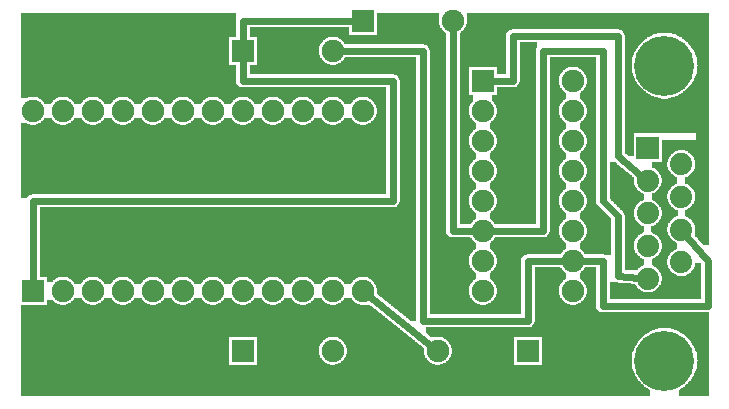
<source format=gbl>
G04 MADE WITH FRITZING*
G04 WWW.FRITZING.ORG*
G04 DOUBLE SIDED*
G04 HOLES PLATED*
G04 CONTOUR ON CENTER OF CONTOUR VECTOR*
%ASAXBY*%
%FSLAX23Y23*%
%MOIN*%
%OFA0B0*%
%SFA1.0B1.0*%
%ADD10C,0.075000*%
%ADD11C,0.074000*%
%ADD12C,0.200000*%
%ADD13R,0.075000X0.075000*%
%ADD14C,0.024000*%
%ADD15R,0.001000X0.001000*%
%LNCOPPER0*%
G90*
G70*
G54D10*
X1460Y524D03*
X1682Y1012D03*
X121Y1241D03*
X1566Y1202D03*
X1131Y274D03*
G54D11*
X2129Y868D03*
X2129Y759D03*
X2129Y650D03*
X2129Y541D03*
X2129Y432D03*
X2241Y813D03*
X2241Y704D03*
X2241Y595D03*
X2241Y486D03*
G54D12*
X2185Y1142D03*
X2185Y158D03*
G54D10*
X1579Y1091D03*
X1879Y1091D03*
X1579Y991D03*
X1879Y991D03*
X1579Y891D03*
X1879Y891D03*
X1579Y791D03*
X1879Y791D03*
X1579Y691D03*
X1879Y691D03*
X1579Y591D03*
X1879Y591D03*
X1579Y491D03*
X1879Y491D03*
X1579Y391D03*
X1879Y391D03*
X79Y391D03*
X79Y991D03*
X179Y391D03*
X179Y991D03*
X279Y391D03*
X279Y991D03*
X379Y391D03*
X379Y991D03*
X479Y391D03*
X479Y991D03*
X579Y391D03*
X579Y991D03*
X679Y391D03*
X679Y991D03*
X779Y391D03*
X779Y991D03*
X879Y391D03*
X879Y991D03*
X979Y391D03*
X979Y991D03*
X1079Y391D03*
X1079Y991D03*
X1179Y391D03*
X1179Y991D03*
X779Y191D03*
X1079Y191D03*
X1729Y191D03*
X1429Y191D03*
X779Y1191D03*
X1079Y1191D03*
X1179Y1291D03*
X1479Y1291D03*
G54D13*
X1579Y1091D03*
X79Y391D03*
X779Y191D03*
X1729Y191D03*
X779Y1191D03*
X1179Y1291D03*
G54D14*
X1679Y1241D02*
X1679Y1091D01*
D02*
X2029Y1241D02*
X1679Y1241D01*
D02*
X1679Y1091D02*
X1608Y1091D01*
D02*
X2029Y841D02*
X2029Y1241D01*
D02*
X2105Y778D02*
X2029Y841D01*
D02*
X1379Y1191D02*
X1379Y291D01*
D02*
X1379Y291D02*
X1729Y291D01*
D02*
X1729Y291D02*
X1729Y491D01*
D02*
X1108Y1191D02*
X1379Y1191D01*
D02*
X1729Y491D02*
X1851Y491D01*
D02*
X1979Y491D02*
X1979Y341D01*
D02*
X1979Y341D02*
X2329Y341D01*
D02*
X2329Y341D02*
X2329Y491D01*
D02*
X1908Y491D02*
X1979Y491D01*
D02*
X2329Y491D02*
X2261Y572D01*
D02*
X1479Y1262D02*
X1479Y591D01*
D02*
X1479Y591D02*
X1551Y591D01*
D02*
X1779Y1191D02*
X1779Y591D01*
D02*
X1779Y591D02*
X1608Y591D01*
D02*
X1979Y691D02*
X1979Y1191D01*
D02*
X1979Y1191D02*
X1779Y1191D01*
D02*
X2029Y641D02*
X1979Y691D01*
D02*
X2029Y441D02*
X2029Y641D01*
D02*
X2098Y434D02*
X2029Y441D01*
D02*
X1201Y373D02*
X1407Y209D01*
D02*
X1279Y1091D02*
X779Y1091D01*
D02*
X779Y1091D02*
X779Y1162D01*
D02*
X1279Y691D02*
X1279Y1091D01*
D02*
X79Y691D02*
X1279Y691D01*
D02*
X79Y419D02*
X79Y691D01*
D02*
X779Y1291D02*
X1151Y1291D01*
D02*
X779Y1219D02*
X779Y1291D01*
G36*
X1226Y1316D02*
X1226Y1244D01*
X1458Y1244D01*
X1458Y1250D01*
X1456Y1250D01*
X1456Y1252D01*
X1454Y1252D01*
X1454Y1254D01*
X1450Y1254D01*
X1450Y1256D01*
X1448Y1256D01*
X1448Y1258D01*
X1446Y1258D01*
X1446Y1260D01*
X1444Y1260D01*
X1444Y1262D01*
X1442Y1262D01*
X1442Y1266D01*
X1440Y1266D01*
X1440Y1268D01*
X1438Y1268D01*
X1438Y1272D01*
X1436Y1272D01*
X1436Y1276D01*
X1434Y1276D01*
X1434Y1282D01*
X1432Y1282D01*
X1432Y1316D01*
X1226Y1316D01*
G37*
D02*
G36*
X802Y1270D02*
X802Y1244D01*
X1132Y1244D01*
X1132Y1270D01*
X802Y1270D01*
G37*
D02*
G36*
X802Y1244D02*
X802Y1242D01*
X1458Y1242D01*
X1458Y1244D01*
X802Y1244D01*
G37*
D02*
G36*
X802Y1244D02*
X802Y1242D01*
X1458Y1242D01*
X1458Y1244D01*
X802Y1244D01*
G37*
D02*
G36*
X802Y1242D02*
X802Y1238D01*
X1090Y1238D01*
X1090Y1236D01*
X1096Y1236D01*
X1096Y1234D01*
X1100Y1234D01*
X1100Y1232D01*
X1102Y1232D01*
X1102Y1230D01*
X1106Y1230D01*
X1106Y1228D01*
X1108Y1228D01*
X1108Y1226D01*
X1110Y1226D01*
X1110Y1224D01*
X1112Y1224D01*
X1112Y1222D01*
X1114Y1222D01*
X1114Y1220D01*
X1116Y1220D01*
X1116Y1218D01*
X1118Y1218D01*
X1118Y1214D01*
X1382Y1214D01*
X1382Y1212D01*
X1388Y1212D01*
X1388Y1210D01*
X1392Y1210D01*
X1392Y1208D01*
X1394Y1208D01*
X1394Y1206D01*
X1396Y1206D01*
X1396Y1204D01*
X1398Y1204D01*
X1398Y1200D01*
X1400Y1200D01*
X1400Y1194D01*
X1402Y1194D01*
X1402Y344D01*
X1570Y344D01*
X1570Y346D01*
X1564Y346D01*
X1564Y348D01*
X1560Y348D01*
X1560Y350D01*
X1556Y350D01*
X1556Y352D01*
X1554Y352D01*
X1554Y354D01*
X1550Y354D01*
X1550Y356D01*
X1548Y356D01*
X1548Y358D01*
X1546Y358D01*
X1546Y360D01*
X1544Y360D01*
X1544Y362D01*
X1542Y362D01*
X1542Y366D01*
X1540Y366D01*
X1540Y368D01*
X1538Y368D01*
X1538Y372D01*
X1536Y372D01*
X1536Y376D01*
X1534Y376D01*
X1534Y382D01*
X1532Y382D01*
X1532Y402D01*
X1534Y402D01*
X1534Y406D01*
X1536Y406D01*
X1536Y410D01*
X1538Y410D01*
X1538Y414D01*
X1540Y414D01*
X1540Y418D01*
X1542Y418D01*
X1542Y420D01*
X1544Y420D01*
X1544Y422D01*
X1546Y422D01*
X1546Y424D01*
X1548Y424D01*
X1548Y426D01*
X1550Y426D01*
X1550Y428D01*
X1552Y428D01*
X1552Y430D01*
X1556Y430D01*
X1556Y452D01*
X1554Y452D01*
X1554Y454D01*
X1550Y454D01*
X1550Y456D01*
X1548Y456D01*
X1548Y458D01*
X1546Y458D01*
X1546Y460D01*
X1544Y460D01*
X1544Y462D01*
X1542Y462D01*
X1542Y466D01*
X1540Y466D01*
X1540Y468D01*
X1538Y468D01*
X1538Y472D01*
X1536Y472D01*
X1536Y476D01*
X1534Y476D01*
X1534Y482D01*
X1532Y482D01*
X1532Y502D01*
X1534Y502D01*
X1534Y506D01*
X1536Y506D01*
X1536Y510D01*
X1538Y510D01*
X1538Y514D01*
X1540Y514D01*
X1540Y518D01*
X1542Y518D01*
X1542Y520D01*
X1544Y520D01*
X1544Y522D01*
X1546Y522D01*
X1546Y524D01*
X1548Y524D01*
X1548Y526D01*
X1550Y526D01*
X1550Y528D01*
X1552Y528D01*
X1552Y530D01*
X1556Y530D01*
X1556Y552D01*
X1554Y552D01*
X1554Y554D01*
X1550Y554D01*
X1550Y556D01*
X1548Y556D01*
X1548Y558D01*
X1546Y558D01*
X1546Y560D01*
X1544Y560D01*
X1544Y562D01*
X1542Y562D01*
X1542Y566D01*
X1540Y566D01*
X1540Y568D01*
X1538Y568D01*
X1538Y570D01*
X1470Y570D01*
X1470Y572D01*
X1466Y572D01*
X1466Y574D01*
X1464Y574D01*
X1464Y576D01*
X1462Y576D01*
X1462Y578D01*
X1460Y578D01*
X1460Y582D01*
X1458Y582D01*
X1458Y1242D01*
X802Y1242D01*
G37*
D02*
G36*
X826Y1238D02*
X826Y1144D01*
X1070Y1144D01*
X1070Y1146D01*
X1064Y1146D01*
X1064Y1148D01*
X1060Y1148D01*
X1060Y1150D01*
X1056Y1150D01*
X1056Y1152D01*
X1054Y1152D01*
X1054Y1154D01*
X1050Y1154D01*
X1050Y1156D01*
X1048Y1156D01*
X1048Y1158D01*
X1046Y1158D01*
X1046Y1160D01*
X1044Y1160D01*
X1044Y1162D01*
X1042Y1162D01*
X1042Y1166D01*
X1040Y1166D01*
X1040Y1168D01*
X1038Y1168D01*
X1038Y1172D01*
X1036Y1172D01*
X1036Y1176D01*
X1034Y1176D01*
X1034Y1182D01*
X1032Y1182D01*
X1032Y1202D01*
X1034Y1202D01*
X1034Y1206D01*
X1036Y1206D01*
X1036Y1210D01*
X1038Y1210D01*
X1038Y1214D01*
X1040Y1214D01*
X1040Y1218D01*
X1042Y1218D01*
X1042Y1220D01*
X1044Y1220D01*
X1044Y1222D01*
X1046Y1222D01*
X1046Y1224D01*
X1048Y1224D01*
X1048Y1226D01*
X1050Y1226D01*
X1050Y1228D01*
X1052Y1228D01*
X1052Y1230D01*
X1056Y1230D01*
X1056Y1232D01*
X1058Y1232D01*
X1058Y1234D01*
X1062Y1234D01*
X1062Y1236D01*
X1068Y1236D01*
X1068Y1238D01*
X826Y1238D01*
G37*
D02*
G36*
X1120Y1170D02*
X1120Y1168D01*
X1118Y1168D01*
X1118Y1164D01*
X1116Y1164D01*
X1116Y1162D01*
X1114Y1162D01*
X1114Y1160D01*
X1112Y1160D01*
X1112Y1158D01*
X1110Y1158D01*
X1110Y1156D01*
X1108Y1156D01*
X1108Y1154D01*
X1106Y1154D01*
X1106Y1152D01*
X1102Y1152D01*
X1102Y1150D01*
X1098Y1150D01*
X1098Y1148D01*
X1094Y1148D01*
X1094Y1146D01*
X1090Y1146D01*
X1090Y1144D01*
X1358Y1144D01*
X1358Y1170D01*
X1120Y1170D01*
G37*
D02*
G36*
X1802Y1170D02*
X1802Y1138D01*
X1890Y1138D01*
X1890Y1136D01*
X1896Y1136D01*
X1896Y1134D01*
X1900Y1134D01*
X1900Y1132D01*
X1902Y1132D01*
X1902Y1130D01*
X1906Y1130D01*
X1906Y1128D01*
X1908Y1128D01*
X1908Y1126D01*
X1910Y1126D01*
X1910Y1124D01*
X1912Y1124D01*
X1912Y1122D01*
X1914Y1122D01*
X1914Y1120D01*
X1916Y1120D01*
X1916Y1118D01*
X1918Y1118D01*
X1918Y1114D01*
X1920Y1114D01*
X1920Y1112D01*
X1922Y1112D01*
X1922Y1108D01*
X1924Y1108D01*
X1924Y1102D01*
X1926Y1102D01*
X1926Y1080D01*
X1924Y1080D01*
X1924Y1074D01*
X1922Y1074D01*
X1922Y1070D01*
X1920Y1070D01*
X1920Y1068D01*
X1918Y1068D01*
X1918Y1064D01*
X1916Y1064D01*
X1916Y1062D01*
X1914Y1062D01*
X1914Y1060D01*
X1912Y1060D01*
X1912Y1058D01*
X1910Y1058D01*
X1910Y1056D01*
X1908Y1056D01*
X1908Y1054D01*
X1906Y1054D01*
X1906Y1052D01*
X1902Y1052D01*
X1902Y1030D01*
X1906Y1030D01*
X1906Y1028D01*
X1908Y1028D01*
X1908Y1026D01*
X1910Y1026D01*
X1910Y1024D01*
X1912Y1024D01*
X1912Y1022D01*
X1914Y1022D01*
X1914Y1020D01*
X1916Y1020D01*
X1916Y1018D01*
X1918Y1018D01*
X1918Y1014D01*
X1920Y1014D01*
X1920Y1012D01*
X1922Y1012D01*
X1922Y1008D01*
X1924Y1008D01*
X1924Y1002D01*
X1926Y1002D01*
X1926Y980D01*
X1924Y980D01*
X1924Y974D01*
X1922Y974D01*
X1922Y970D01*
X1920Y970D01*
X1920Y968D01*
X1918Y968D01*
X1918Y964D01*
X1916Y964D01*
X1916Y962D01*
X1914Y962D01*
X1914Y960D01*
X1912Y960D01*
X1912Y958D01*
X1910Y958D01*
X1910Y956D01*
X1908Y956D01*
X1908Y954D01*
X1906Y954D01*
X1906Y952D01*
X1902Y952D01*
X1902Y930D01*
X1906Y930D01*
X1906Y928D01*
X1908Y928D01*
X1908Y926D01*
X1910Y926D01*
X1910Y924D01*
X1912Y924D01*
X1912Y922D01*
X1914Y922D01*
X1914Y920D01*
X1916Y920D01*
X1916Y918D01*
X1918Y918D01*
X1918Y914D01*
X1920Y914D01*
X1920Y912D01*
X1922Y912D01*
X1922Y908D01*
X1924Y908D01*
X1924Y902D01*
X1926Y902D01*
X1926Y880D01*
X1924Y880D01*
X1924Y874D01*
X1922Y874D01*
X1922Y870D01*
X1920Y870D01*
X1920Y868D01*
X1918Y868D01*
X1918Y864D01*
X1916Y864D01*
X1916Y862D01*
X1914Y862D01*
X1914Y860D01*
X1912Y860D01*
X1912Y858D01*
X1910Y858D01*
X1910Y856D01*
X1908Y856D01*
X1908Y854D01*
X1906Y854D01*
X1906Y852D01*
X1902Y852D01*
X1902Y830D01*
X1906Y830D01*
X1906Y828D01*
X1908Y828D01*
X1908Y826D01*
X1910Y826D01*
X1910Y824D01*
X1912Y824D01*
X1912Y822D01*
X1914Y822D01*
X1914Y820D01*
X1916Y820D01*
X1916Y818D01*
X1918Y818D01*
X1918Y814D01*
X1920Y814D01*
X1920Y812D01*
X1922Y812D01*
X1922Y808D01*
X1924Y808D01*
X1924Y802D01*
X1926Y802D01*
X1926Y780D01*
X1924Y780D01*
X1924Y774D01*
X1922Y774D01*
X1922Y770D01*
X1920Y770D01*
X1920Y768D01*
X1918Y768D01*
X1918Y764D01*
X1916Y764D01*
X1916Y762D01*
X1914Y762D01*
X1914Y760D01*
X1912Y760D01*
X1912Y758D01*
X1910Y758D01*
X1910Y756D01*
X1908Y756D01*
X1908Y754D01*
X1906Y754D01*
X1906Y752D01*
X1902Y752D01*
X1902Y730D01*
X1906Y730D01*
X1906Y728D01*
X1908Y728D01*
X1908Y726D01*
X1910Y726D01*
X1910Y724D01*
X1912Y724D01*
X1912Y722D01*
X1914Y722D01*
X1914Y720D01*
X1916Y720D01*
X1916Y718D01*
X1918Y718D01*
X1918Y714D01*
X1920Y714D01*
X1920Y712D01*
X1922Y712D01*
X1922Y708D01*
X1924Y708D01*
X1924Y702D01*
X1926Y702D01*
X1926Y680D01*
X1924Y680D01*
X1924Y674D01*
X1922Y674D01*
X1922Y670D01*
X1920Y670D01*
X1920Y668D01*
X1918Y668D01*
X1918Y664D01*
X1916Y664D01*
X1916Y662D01*
X1914Y662D01*
X1914Y660D01*
X1912Y660D01*
X1912Y658D01*
X1910Y658D01*
X1910Y656D01*
X1908Y656D01*
X1908Y654D01*
X1906Y654D01*
X1906Y652D01*
X1902Y652D01*
X1902Y630D01*
X1906Y630D01*
X1906Y628D01*
X1908Y628D01*
X1908Y626D01*
X1910Y626D01*
X1910Y624D01*
X1912Y624D01*
X1912Y622D01*
X1914Y622D01*
X1914Y620D01*
X1916Y620D01*
X1916Y618D01*
X1918Y618D01*
X1918Y614D01*
X1920Y614D01*
X1920Y612D01*
X1922Y612D01*
X1922Y608D01*
X1924Y608D01*
X1924Y602D01*
X1926Y602D01*
X1926Y580D01*
X1924Y580D01*
X1924Y574D01*
X1922Y574D01*
X1922Y570D01*
X1920Y570D01*
X1920Y568D01*
X1918Y568D01*
X1918Y564D01*
X1916Y564D01*
X1916Y562D01*
X1914Y562D01*
X1914Y560D01*
X1912Y560D01*
X1912Y558D01*
X1910Y558D01*
X1910Y556D01*
X1908Y556D01*
X1908Y554D01*
X1906Y554D01*
X1906Y552D01*
X1902Y552D01*
X1902Y530D01*
X1906Y530D01*
X1906Y528D01*
X1908Y528D01*
X1908Y526D01*
X1910Y526D01*
X1910Y524D01*
X1912Y524D01*
X1912Y522D01*
X1914Y522D01*
X1914Y520D01*
X1916Y520D01*
X1916Y518D01*
X1918Y518D01*
X1918Y514D01*
X1982Y514D01*
X1982Y512D01*
X1988Y512D01*
X1988Y510D01*
X2008Y510D01*
X2008Y632D01*
X2006Y632D01*
X2006Y634D01*
X2004Y634D01*
X2004Y636D01*
X2002Y636D01*
X2002Y638D01*
X2000Y638D01*
X2000Y640D01*
X1998Y640D01*
X1998Y642D01*
X1996Y642D01*
X1996Y644D01*
X1994Y644D01*
X1994Y646D01*
X1992Y646D01*
X1992Y648D01*
X1990Y648D01*
X1990Y650D01*
X1988Y650D01*
X1988Y652D01*
X1986Y652D01*
X1986Y654D01*
X1984Y654D01*
X1984Y656D01*
X1982Y656D01*
X1982Y658D01*
X1980Y658D01*
X1980Y660D01*
X1978Y660D01*
X1978Y662D01*
X1976Y662D01*
X1976Y664D01*
X1974Y664D01*
X1974Y666D01*
X1972Y666D01*
X1972Y668D01*
X1970Y668D01*
X1970Y670D01*
X1968Y670D01*
X1968Y672D01*
X1966Y672D01*
X1966Y674D01*
X1964Y674D01*
X1964Y676D01*
X1962Y676D01*
X1962Y678D01*
X1960Y678D01*
X1960Y682D01*
X1958Y682D01*
X1958Y1170D01*
X1802Y1170D01*
G37*
D02*
G36*
X802Y1144D02*
X802Y1142D01*
X1358Y1142D01*
X1358Y1144D01*
X802Y1144D01*
G37*
D02*
G36*
X802Y1144D02*
X802Y1142D01*
X1358Y1142D01*
X1358Y1144D01*
X802Y1144D01*
G37*
D02*
G36*
X802Y1142D02*
X802Y1114D01*
X1282Y1114D01*
X1282Y1112D01*
X1288Y1112D01*
X1288Y1110D01*
X1292Y1110D01*
X1292Y1108D01*
X1294Y1108D01*
X1294Y1106D01*
X1296Y1106D01*
X1296Y1104D01*
X1298Y1104D01*
X1298Y1100D01*
X1300Y1100D01*
X1300Y1094D01*
X1302Y1094D01*
X1302Y688D01*
X1300Y688D01*
X1300Y682D01*
X1298Y682D01*
X1298Y678D01*
X1296Y678D01*
X1296Y676D01*
X1294Y676D01*
X1294Y674D01*
X1292Y674D01*
X1292Y672D01*
X1288Y672D01*
X1288Y670D01*
X102Y670D01*
X102Y438D01*
X1190Y438D01*
X1190Y436D01*
X1196Y436D01*
X1196Y434D01*
X1200Y434D01*
X1200Y432D01*
X1202Y432D01*
X1202Y430D01*
X1206Y430D01*
X1206Y428D01*
X1208Y428D01*
X1208Y426D01*
X1210Y426D01*
X1210Y424D01*
X1212Y424D01*
X1212Y422D01*
X1214Y422D01*
X1214Y420D01*
X1216Y420D01*
X1216Y418D01*
X1218Y418D01*
X1218Y414D01*
X1220Y414D01*
X1220Y412D01*
X1222Y412D01*
X1222Y408D01*
X1224Y408D01*
X1224Y402D01*
X1226Y402D01*
X1226Y380D01*
X1230Y380D01*
X1230Y378D01*
X1232Y378D01*
X1232Y376D01*
X1234Y376D01*
X1234Y374D01*
X1236Y374D01*
X1236Y372D01*
X1240Y372D01*
X1240Y370D01*
X1242Y370D01*
X1242Y368D01*
X1244Y368D01*
X1244Y366D01*
X1246Y366D01*
X1246Y364D01*
X1250Y364D01*
X1250Y362D01*
X1252Y362D01*
X1252Y360D01*
X1254Y360D01*
X1254Y358D01*
X1256Y358D01*
X1256Y356D01*
X1260Y356D01*
X1260Y354D01*
X1262Y354D01*
X1262Y352D01*
X1264Y352D01*
X1264Y350D01*
X1266Y350D01*
X1266Y348D01*
X1270Y348D01*
X1270Y346D01*
X1272Y346D01*
X1272Y344D01*
X1274Y344D01*
X1274Y342D01*
X1276Y342D01*
X1276Y340D01*
X1280Y340D01*
X1280Y338D01*
X1282Y338D01*
X1282Y336D01*
X1284Y336D01*
X1284Y334D01*
X1286Y334D01*
X1286Y332D01*
X1290Y332D01*
X1290Y330D01*
X1292Y330D01*
X1292Y328D01*
X1294Y328D01*
X1294Y326D01*
X1296Y326D01*
X1296Y324D01*
X1300Y324D01*
X1300Y322D01*
X1302Y322D01*
X1302Y320D01*
X1304Y320D01*
X1304Y318D01*
X1306Y318D01*
X1306Y316D01*
X1310Y316D01*
X1310Y314D01*
X1312Y314D01*
X1312Y312D01*
X1314Y312D01*
X1314Y310D01*
X1316Y310D01*
X1316Y308D01*
X1320Y308D01*
X1320Y306D01*
X1322Y306D01*
X1322Y304D01*
X1324Y304D01*
X1324Y302D01*
X1326Y302D01*
X1326Y300D01*
X1330Y300D01*
X1330Y298D01*
X1332Y298D01*
X1332Y296D01*
X1334Y296D01*
X1334Y294D01*
X1336Y294D01*
X1336Y292D01*
X1358Y292D01*
X1358Y1142D01*
X802Y1142D01*
G37*
D02*
G36*
X1802Y1138D02*
X1802Y588D01*
X1800Y588D01*
X1800Y582D01*
X1798Y582D01*
X1798Y578D01*
X1796Y578D01*
X1796Y576D01*
X1794Y576D01*
X1794Y574D01*
X1792Y574D01*
X1792Y572D01*
X1788Y572D01*
X1788Y570D01*
X1620Y570D01*
X1620Y568D01*
X1618Y568D01*
X1618Y564D01*
X1616Y564D01*
X1616Y562D01*
X1614Y562D01*
X1614Y560D01*
X1612Y560D01*
X1612Y558D01*
X1610Y558D01*
X1610Y556D01*
X1608Y556D01*
X1608Y554D01*
X1606Y554D01*
X1606Y552D01*
X1602Y552D01*
X1602Y530D01*
X1606Y530D01*
X1606Y528D01*
X1608Y528D01*
X1608Y526D01*
X1610Y526D01*
X1610Y524D01*
X1612Y524D01*
X1612Y522D01*
X1614Y522D01*
X1614Y520D01*
X1616Y520D01*
X1616Y518D01*
X1618Y518D01*
X1618Y514D01*
X1620Y514D01*
X1620Y512D01*
X1622Y512D01*
X1622Y508D01*
X1624Y508D01*
X1624Y502D01*
X1626Y502D01*
X1626Y480D01*
X1624Y480D01*
X1624Y474D01*
X1622Y474D01*
X1622Y470D01*
X1620Y470D01*
X1620Y468D01*
X1618Y468D01*
X1618Y464D01*
X1616Y464D01*
X1616Y462D01*
X1614Y462D01*
X1614Y460D01*
X1612Y460D01*
X1612Y458D01*
X1610Y458D01*
X1610Y456D01*
X1608Y456D01*
X1608Y454D01*
X1606Y454D01*
X1606Y452D01*
X1602Y452D01*
X1602Y430D01*
X1606Y430D01*
X1606Y428D01*
X1608Y428D01*
X1608Y426D01*
X1610Y426D01*
X1610Y424D01*
X1612Y424D01*
X1612Y422D01*
X1614Y422D01*
X1614Y420D01*
X1616Y420D01*
X1616Y418D01*
X1618Y418D01*
X1618Y414D01*
X1620Y414D01*
X1620Y412D01*
X1622Y412D01*
X1622Y408D01*
X1624Y408D01*
X1624Y402D01*
X1626Y402D01*
X1626Y380D01*
X1624Y380D01*
X1624Y374D01*
X1622Y374D01*
X1622Y370D01*
X1620Y370D01*
X1620Y368D01*
X1618Y368D01*
X1618Y364D01*
X1616Y364D01*
X1616Y362D01*
X1614Y362D01*
X1614Y360D01*
X1612Y360D01*
X1612Y358D01*
X1610Y358D01*
X1610Y356D01*
X1608Y356D01*
X1608Y354D01*
X1606Y354D01*
X1606Y352D01*
X1602Y352D01*
X1602Y350D01*
X1598Y350D01*
X1598Y348D01*
X1594Y348D01*
X1594Y346D01*
X1590Y346D01*
X1590Y344D01*
X1708Y344D01*
X1708Y500D01*
X1710Y500D01*
X1710Y504D01*
X1712Y504D01*
X1712Y506D01*
X1714Y506D01*
X1714Y508D01*
X1716Y508D01*
X1716Y510D01*
X1720Y510D01*
X1720Y512D01*
X1728Y512D01*
X1728Y514D01*
X1840Y514D01*
X1840Y518D01*
X1842Y518D01*
X1842Y520D01*
X1844Y520D01*
X1844Y522D01*
X1846Y522D01*
X1846Y524D01*
X1848Y524D01*
X1848Y526D01*
X1850Y526D01*
X1850Y528D01*
X1852Y528D01*
X1852Y530D01*
X1856Y530D01*
X1856Y552D01*
X1854Y552D01*
X1854Y554D01*
X1850Y554D01*
X1850Y556D01*
X1848Y556D01*
X1848Y558D01*
X1846Y558D01*
X1846Y560D01*
X1844Y560D01*
X1844Y562D01*
X1842Y562D01*
X1842Y566D01*
X1840Y566D01*
X1840Y568D01*
X1838Y568D01*
X1838Y572D01*
X1836Y572D01*
X1836Y576D01*
X1834Y576D01*
X1834Y582D01*
X1832Y582D01*
X1832Y602D01*
X1834Y602D01*
X1834Y606D01*
X1836Y606D01*
X1836Y610D01*
X1838Y610D01*
X1838Y614D01*
X1840Y614D01*
X1840Y618D01*
X1842Y618D01*
X1842Y620D01*
X1844Y620D01*
X1844Y622D01*
X1846Y622D01*
X1846Y624D01*
X1848Y624D01*
X1848Y626D01*
X1850Y626D01*
X1850Y628D01*
X1852Y628D01*
X1852Y630D01*
X1856Y630D01*
X1856Y652D01*
X1854Y652D01*
X1854Y654D01*
X1850Y654D01*
X1850Y656D01*
X1848Y656D01*
X1848Y658D01*
X1846Y658D01*
X1846Y660D01*
X1844Y660D01*
X1844Y662D01*
X1842Y662D01*
X1842Y666D01*
X1840Y666D01*
X1840Y668D01*
X1838Y668D01*
X1838Y672D01*
X1836Y672D01*
X1836Y676D01*
X1834Y676D01*
X1834Y682D01*
X1832Y682D01*
X1832Y702D01*
X1834Y702D01*
X1834Y706D01*
X1836Y706D01*
X1836Y710D01*
X1838Y710D01*
X1838Y714D01*
X1840Y714D01*
X1840Y718D01*
X1842Y718D01*
X1842Y720D01*
X1844Y720D01*
X1844Y722D01*
X1846Y722D01*
X1846Y724D01*
X1848Y724D01*
X1848Y726D01*
X1850Y726D01*
X1850Y728D01*
X1852Y728D01*
X1852Y730D01*
X1856Y730D01*
X1856Y752D01*
X1854Y752D01*
X1854Y754D01*
X1850Y754D01*
X1850Y756D01*
X1848Y756D01*
X1848Y758D01*
X1846Y758D01*
X1846Y760D01*
X1844Y760D01*
X1844Y762D01*
X1842Y762D01*
X1842Y766D01*
X1840Y766D01*
X1840Y768D01*
X1838Y768D01*
X1838Y772D01*
X1836Y772D01*
X1836Y776D01*
X1834Y776D01*
X1834Y782D01*
X1832Y782D01*
X1832Y802D01*
X1834Y802D01*
X1834Y806D01*
X1836Y806D01*
X1836Y810D01*
X1838Y810D01*
X1838Y814D01*
X1840Y814D01*
X1840Y818D01*
X1842Y818D01*
X1842Y820D01*
X1844Y820D01*
X1844Y822D01*
X1846Y822D01*
X1846Y824D01*
X1848Y824D01*
X1848Y826D01*
X1850Y826D01*
X1850Y828D01*
X1852Y828D01*
X1852Y830D01*
X1856Y830D01*
X1856Y852D01*
X1854Y852D01*
X1854Y854D01*
X1850Y854D01*
X1850Y856D01*
X1848Y856D01*
X1848Y858D01*
X1846Y858D01*
X1846Y860D01*
X1844Y860D01*
X1844Y862D01*
X1842Y862D01*
X1842Y866D01*
X1840Y866D01*
X1840Y868D01*
X1838Y868D01*
X1838Y872D01*
X1836Y872D01*
X1836Y876D01*
X1834Y876D01*
X1834Y882D01*
X1832Y882D01*
X1832Y902D01*
X1834Y902D01*
X1834Y906D01*
X1836Y906D01*
X1836Y910D01*
X1838Y910D01*
X1838Y914D01*
X1840Y914D01*
X1840Y918D01*
X1842Y918D01*
X1842Y920D01*
X1844Y920D01*
X1844Y922D01*
X1846Y922D01*
X1846Y924D01*
X1848Y924D01*
X1848Y926D01*
X1850Y926D01*
X1850Y928D01*
X1852Y928D01*
X1852Y930D01*
X1856Y930D01*
X1856Y952D01*
X1854Y952D01*
X1854Y954D01*
X1850Y954D01*
X1850Y956D01*
X1848Y956D01*
X1848Y958D01*
X1846Y958D01*
X1846Y960D01*
X1844Y960D01*
X1844Y962D01*
X1842Y962D01*
X1842Y966D01*
X1840Y966D01*
X1840Y968D01*
X1838Y968D01*
X1838Y972D01*
X1836Y972D01*
X1836Y976D01*
X1834Y976D01*
X1834Y982D01*
X1832Y982D01*
X1832Y1002D01*
X1834Y1002D01*
X1834Y1006D01*
X1836Y1006D01*
X1836Y1010D01*
X1838Y1010D01*
X1838Y1014D01*
X1840Y1014D01*
X1840Y1018D01*
X1842Y1018D01*
X1842Y1020D01*
X1844Y1020D01*
X1844Y1022D01*
X1846Y1022D01*
X1846Y1024D01*
X1848Y1024D01*
X1848Y1026D01*
X1850Y1026D01*
X1850Y1028D01*
X1852Y1028D01*
X1852Y1030D01*
X1856Y1030D01*
X1856Y1052D01*
X1854Y1052D01*
X1854Y1054D01*
X1850Y1054D01*
X1850Y1056D01*
X1848Y1056D01*
X1848Y1058D01*
X1846Y1058D01*
X1846Y1060D01*
X1844Y1060D01*
X1844Y1062D01*
X1842Y1062D01*
X1842Y1066D01*
X1840Y1066D01*
X1840Y1068D01*
X1838Y1068D01*
X1838Y1072D01*
X1836Y1072D01*
X1836Y1076D01*
X1834Y1076D01*
X1834Y1082D01*
X1832Y1082D01*
X1832Y1102D01*
X1834Y1102D01*
X1834Y1106D01*
X1836Y1106D01*
X1836Y1110D01*
X1838Y1110D01*
X1838Y1114D01*
X1840Y1114D01*
X1840Y1118D01*
X1842Y1118D01*
X1842Y1120D01*
X1844Y1120D01*
X1844Y1122D01*
X1846Y1122D01*
X1846Y1124D01*
X1848Y1124D01*
X1848Y1126D01*
X1850Y1126D01*
X1850Y1128D01*
X1852Y1128D01*
X1852Y1130D01*
X1856Y1130D01*
X1856Y1132D01*
X1858Y1132D01*
X1858Y1134D01*
X1862Y1134D01*
X1862Y1136D01*
X1868Y1136D01*
X1868Y1138D01*
X1802Y1138D01*
G37*
D02*
G36*
X126Y438D02*
X126Y422D01*
X146Y422D01*
X146Y424D01*
X148Y424D01*
X148Y426D01*
X150Y426D01*
X150Y428D01*
X152Y428D01*
X152Y430D01*
X156Y430D01*
X156Y432D01*
X158Y432D01*
X158Y434D01*
X162Y434D01*
X162Y436D01*
X168Y436D01*
X168Y438D01*
X126Y438D01*
G37*
D02*
G36*
X190Y438D02*
X190Y436D01*
X196Y436D01*
X196Y434D01*
X200Y434D01*
X200Y432D01*
X202Y432D01*
X202Y430D01*
X206Y430D01*
X206Y428D01*
X208Y428D01*
X208Y426D01*
X210Y426D01*
X210Y424D01*
X212Y424D01*
X212Y422D01*
X214Y422D01*
X214Y420D01*
X216Y420D01*
X216Y418D01*
X218Y418D01*
X218Y414D01*
X240Y414D01*
X240Y418D01*
X242Y418D01*
X242Y420D01*
X244Y420D01*
X244Y422D01*
X246Y422D01*
X246Y424D01*
X248Y424D01*
X248Y426D01*
X250Y426D01*
X250Y428D01*
X252Y428D01*
X252Y430D01*
X256Y430D01*
X256Y432D01*
X258Y432D01*
X258Y434D01*
X262Y434D01*
X262Y436D01*
X268Y436D01*
X268Y438D01*
X190Y438D01*
G37*
D02*
G36*
X290Y438D02*
X290Y436D01*
X296Y436D01*
X296Y434D01*
X300Y434D01*
X300Y432D01*
X302Y432D01*
X302Y430D01*
X306Y430D01*
X306Y428D01*
X308Y428D01*
X308Y426D01*
X310Y426D01*
X310Y424D01*
X312Y424D01*
X312Y422D01*
X314Y422D01*
X314Y420D01*
X316Y420D01*
X316Y418D01*
X318Y418D01*
X318Y414D01*
X340Y414D01*
X340Y418D01*
X342Y418D01*
X342Y420D01*
X344Y420D01*
X344Y422D01*
X346Y422D01*
X346Y424D01*
X348Y424D01*
X348Y426D01*
X350Y426D01*
X350Y428D01*
X352Y428D01*
X352Y430D01*
X356Y430D01*
X356Y432D01*
X358Y432D01*
X358Y434D01*
X362Y434D01*
X362Y436D01*
X368Y436D01*
X368Y438D01*
X290Y438D01*
G37*
D02*
G36*
X390Y438D02*
X390Y436D01*
X396Y436D01*
X396Y434D01*
X400Y434D01*
X400Y432D01*
X402Y432D01*
X402Y430D01*
X406Y430D01*
X406Y428D01*
X408Y428D01*
X408Y426D01*
X410Y426D01*
X410Y424D01*
X412Y424D01*
X412Y422D01*
X414Y422D01*
X414Y420D01*
X416Y420D01*
X416Y418D01*
X418Y418D01*
X418Y414D01*
X440Y414D01*
X440Y418D01*
X442Y418D01*
X442Y420D01*
X444Y420D01*
X444Y422D01*
X446Y422D01*
X446Y424D01*
X448Y424D01*
X448Y426D01*
X450Y426D01*
X450Y428D01*
X452Y428D01*
X452Y430D01*
X456Y430D01*
X456Y432D01*
X458Y432D01*
X458Y434D01*
X462Y434D01*
X462Y436D01*
X468Y436D01*
X468Y438D01*
X390Y438D01*
G37*
D02*
G36*
X490Y438D02*
X490Y436D01*
X496Y436D01*
X496Y434D01*
X500Y434D01*
X500Y432D01*
X502Y432D01*
X502Y430D01*
X506Y430D01*
X506Y428D01*
X508Y428D01*
X508Y426D01*
X510Y426D01*
X510Y424D01*
X512Y424D01*
X512Y422D01*
X514Y422D01*
X514Y420D01*
X516Y420D01*
X516Y418D01*
X518Y418D01*
X518Y414D01*
X540Y414D01*
X540Y418D01*
X542Y418D01*
X542Y420D01*
X544Y420D01*
X544Y422D01*
X546Y422D01*
X546Y424D01*
X548Y424D01*
X548Y426D01*
X550Y426D01*
X550Y428D01*
X552Y428D01*
X552Y430D01*
X556Y430D01*
X556Y432D01*
X558Y432D01*
X558Y434D01*
X562Y434D01*
X562Y436D01*
X568Y436D01*
X568Y438D01*
X490Y438D01*
G37*
D02*
G36*
X590Y438D02*
X590Y436D01*
X596Y436D01*
X596Y434D01*
X600Y434D01*
X600Y432D01*
X602Y432D01*
X602Y430D01*
X606Y430D01*
X606Y428D01*
X608Y428D01*
X608Y426D01*
X610Y426D01*
X610Y424D01*
X612Y424D01*
X612Y422D01*
X614Y422D01*
X614Y420D01*
X616Y420D01*
X616Y418D01*
X618Y418D01*
X618Y414D01*
X640Y414D01*
X640Y418D01*
X642Y418D01*
X642Y420D01*
X644Y420D01*
X644Y422D01*
X646Y422D01*
X646Y424D01*
X648Y424D01*
X648Y426D01*
X650Y426D01*
X650Y428D01*
X652Y428D01*
X652Y430D01*
X656Y430D01*
X656Y432D01*
X658Y432D01*
X658Y434D01*
X662Y434D01*
X662Y436D01*
X668Y436D01*
X668Y438D01*
X590Y438D01*
G37*
D02*
G36*
X690Y438D02*
X690Y436D01*
X696Y436D01*
X696Y434D01*
X700Y434D01*
X700Y432D01*
X702Y432D01*
X702Y430D01*
X706Y430D01*
X706Y428D01*
X708Y428D01*
X708Y426D01*
X710Y426D01*
X710Y424D01*
X712Y424D01*
X712Y422D01*
X714Y422D01*
X714Y420D01*
X716Y420D01*
X716Y418D01*
X718Y418D01*
X718Y414D01*
X740Y414D01*
X740Y418D01*
X742Y418D01*
X742Y420D01*
X744Y420D01*
X744Y422D01*
X746Y422D01*
X746Y424D01*
X748Y424D01*
X748Y426D01*
X750Y426D01*
X750Y428D01*
X752Y428D01*
X752Y430D01*
X756Y430D01*
X756Y432D01*
X758Y432D01*
X758Y434D01*
X762Y434D01*
X762Y436D01*
X768Y436D01*
X768Y438D01*
X690Y438D01*
G37*
D02*
G36*
X790Y438D02*
X790Y436D01*
X796Y436D01*
X796Y434D01*
X800Y434D01*
X800Y432D01*
X802Y432D01*
X802Y430D01*
X806Y430D01*
X806Y428D01*
X808Y428D01*
X808Y426D01*
X810Y426D01*
X810Y424D01*
X812Y424D01*
X812Y422D01*
X814Y422D01*
X814Y420D01*
X816Y420D01*
X816Y418D01*
X818Y418D01*
X818Y414D01*
X840Y414D01*
X840Y418D01*
X842Y418D01*
X842Y420D01*
X844Y420D01*
X844Y422D01*
X846Y422D01*
X846Y424D01*
X848Y424D01*
X848Y426D01*
X850Y426D01*
X850Y428D01*
X852Y428D01*
X852Y430D01*
X856Y430D01*
X856Y432D01*
X858Y432D01*
X858Y434D01*
X862Y434D01*
X862Y436D01*
X868Y436D01*
X868Y438D01*
X790Y438D01*
G37*
D02*
G36*
X890Y438D02*
X890Y436D01*
X896Y436D01*
X896Y434D01*
X900Y434D01*
X900Y432D01*
X902Y432D01*
X902Y430D01*
X906Y430D01*
X906Y428D01*
X908Y428D01*
X908Y426D01*
X910Y426D01*
X910Y424D01*
X912Y424D01*
X912Y422D01*
X914Y422D01*
X914Y420D01*
X916Y420D01*
X916Y418D01*
X918Y418D01*
X918Y414D01*
X940Y414D01*
X940Y418D01*
X942Y418D01*
X942Y420D01*
X944Y420D01*
X944Y422D01*
X946Y422D01*
X946Y424D01*
X948Y424D01*
X948Y426D01*
X950Y426D01*
X950Y428D01*
X952Y428D01*
X952Y430D01*
X956Y430D01*
X956Y432D01*
X958Y432D01*
X958Y434D01*
X962Y434D01*
X962Y436D01*
X968Y436D01*
X968Y438D01*
X890Y438D01*
G37*
D02*
G36*
X990Y438D02*
X990Y436D01*
X996Y436D01*
X996Y434D01*
X1000Y434D01*
X1000Y432D01*
X1002Y432D01*
X1002Y430D01*
X1006Y430D01*
X1006Y428D01*
X1008Y428D01*
X1008Y426D01*
X1010Y426D01*
X1010Y424D01*
X1012Y424D01*
X1012Y422D01*
X1014Y422D01*
X1014Y420D01*
X1016Y420D01*
X1016Y418D01*
X1018Y418D01*
X1018Y414D01*
X1040Y414D01*
X1040Y418D01*
X1042Y418D01*
X1042Y420D01*
X1044Y420D01*
X1044Y422D01*
X1046Y422D01*
X1046Y424D01*
X1048Y424D01*
X1048Y426D01*
X1050Y426D01*
X1050Y428D01*
X1052Y428D01*
X1052Y430D01*
X1056Y430D01*
X1056Y432D01*
X1058Y432D01*
X1058Y434D01*
X1062Y434D01*
X1062Y436D01*
X1068Y436D01*
X1068Y438D01*
X990Y438D01*
G37*
D02*
G36*
X1090Y438D02*
X1090Y436D01*
X1096Y436D01*
X1096Y434D01*
X1100Y434D01*
X1100Y432D01*
X1102Y432D01*
X1102Y430D01*
X1106Y430D01*
X1106Y428D01*
X1108Y428D01*
X1108Y426D01*
X1110Y426D01*
X1110Y424D01*
X1112Y424D01*
X1112Y422D01*
X1114Y422D01*
X1114Y420D01*
X1116Y420D01*
X1116Y418D01*
X1118Y418D01*
X1118Y414D01*
X1140Y414D01*
X1140Y418D01*
X1142Y418D01*
X1142Y420D01*
X1144Y420D01*
X1144Y422D01*
X1146Y422D01*
X1146Y424D01*
X1148Y424D01*
X1148Y426D01*
X1150Y426D01*
X1150Y428D01*
X1152Y428D01*
X1152Y430D01*
X1156Y430D01*
X1156Y432D01*
X1158Y432D01*
X1158Y434D01*
X1162Y434D01*
X1162Y436D01*
X1168Y436D01*
X1168Y438D01*
X1090Y438D01*
G37*
D02*
G36*
X1402Y344D02*
X1402Y342D01*
X1708Y342D01*
X1708Y344D01*
X1402Y344D01*
G37*
D02*
G36*
X1402Y344D02*
X1402Y342D01*
X1708Y342D01*
X1708Y344D01*
X1402Y344D01*
G37*
D02*
G36*
X1402Y342D02*
X1402Y314D01*
X1708Y314D01*
X1708Y342D01*
X1402Y342D01*
G37*
D02*
G36*
X1702Y1220D02*
X1702Y1088D01*
X1700Y1088D01*
X1700Y1082D01*
X1698Y1082D01*
X1698Y1078D01*
X1696Y1078D01*
X1696Y1076D01*
X1694Y1076D01*
X1694Y1074D01*
X1692Y1074D01*
X1692Y1072D01*
X1688Y1072D01*
X1688Y1070D01*
X1626Y1070D01*
X1626Y1044D01*
X1610Y1044D01*
X1610Y1024D01*
X1612Y1024D01*
X1612Y1022D01*
X1614Y1022D01*
X1614Y1020D01*
X1616Y1020D01*
X1616Y1018D01*
X1618Y1018D01*
X1618Y1014D01*
X1620Y1014D01*
X1620Y1012D01*
X1622Y1012D01*
X1622Y1008D01*
X1624Y1008D01*
X1624Y1002D01*
X1626Y1002D01*
X1626Y980D01*
X1624Y980D01*
X1624Y974D01*
X1622Y974D01*
X1622Y970D01*
X1620Y970D01*
X1620Y968D01*
X1618Y968D01*
X1618Y964D01*
X1616Y964D01*
X1616Y962D01*
X1614Y962D01*
X1614Y960D01*
X1612Y960D01*
X1612Y958D01*
X1610Y958D01*
X1610Y956D01*
X1608Y956D01*
X1608Y954D01*
X1606Y954D01*
X1606Y952D01*
X1602Y952D01*
X1602Y930D01*
X1606Y930D01*
X1606Y928D01*
X1608Y928D01*
X1608Y926D01*
X1610Y926D01*
X1610Y924D01*
X1612Y924D01*
X1612Y922D01*
X1614Y922D01*
X1614Y920D01*
X1616Y920D01*
X1616Y918D01*
X1618Y918D01*
X1618Y914D01*
X1620Y914D01*
X1620Y912D01*
X1622Y912D01*
X1622Y908D01*
X1624Y908D01*
X1624Y902D01*
X1626Y902D01*
X1626Y880D01*
X1624Y880D01*
X1624Y874D01*
X1622Y874D01*
X1622Y870D01*
X1620Y870D01*
X1620Y868D01*
X1618Y868D01*
X1618Y864D01*
X1616Y864D01*
X1616Y862D01*
X1614Y862D01*
X1614Y860D01*
X1612Y860D01*
X1612Y858D01*
X1610Y858D01*
X1610Y856D01*
X1608Y856D01*
X1608Y854D01*
X1606Y854D01*
X1606Y852D01*
X1602Y852D01*
X1602Y830D01*
X1606Y830D01*
X1606Y828D01*
X1608Y828D01*
X1608Y826D01*
X1610Y826D01*
X1610Y824D01*
X1612Y824D01*
X1612Y822D01*
X1614Y822D01*
X1614Y820D01*
X1616Y820D01*
X1616Y818D01*
X1618Y818D01*
X1618Y814D01*
X1620Y814D01*
X1620Y812D01*
X1622Y812D01*
X1622Y808D01*
X1624Y808D01*
X1624Y802D01*
X1626Y802D01*
X1626Y780D01*
X1624Y780D01*
X1624Y774D01*
X1622Y774D01*
X1622Y770D01*
X1620Y770D01*
X1620Y768D01*
X1618Y768D01*
X1618Y764D01*
X1616Y764D01*
X1616Y762D01*
X1614Y762D01*
X1614Y760D01*
X1612Y760D01*
X1612Y758D01*
X1610Y758D01*
X1610Y756D01*
X1608Y756D01*
X1608Y754D01*
X1606Y754D01*
X1606Y752D01*
X1602Y752D01*
X1602Y730D01*
X1606Y730D01*
X1606Y728D01*
X1608Y728D01*
X1608Y726D01*
X1610Y726D01*
X1610Y724D01*
X1612Y724D01*
X1612Y722D01*
X1614Y722D01*
X1614Y720D01*
X1616Y720D01*
X1616Y718D01*
X1618Y718D01*
X1618Y714D01*
X1620Y714D01*
X1620Y712D01*
X1622Y712D01*
X1622Y708D01*
X1624Y708D01*
X1624Y702D01*
X1626Y702D01*
X1626Y680D01*
X1624Y680D01*
X1624Y674D01*
X1622Y674D01*
X1622Y670D01*
X1620Y670D01*
X1620Y668D01*
X1618Y668D01*
X1618Y664D01*
X1616Y664D01*
X1616Y662D01*
X1614Y662D01*
X1614Y660D01*
X1612Y660D01*
X1612Y658D01*
X1610Y658D01*
X1610Y656D01*
X1608Y656D01*
X1608Y654D01*
X1606Y654D01*
X1606Y652D01*
X1602Y652D01*
X1602Y630D01*
X1606Y630D01*
X1606Y628D01*
X1608Y628D01*
X1608Y626D01*
X1610Y626D01*
X1610Y624D01*
X1612Y624D01*
X1612Y622D01*
X1614Y622D01*
X1614Y620D01*
X1616Y620D01*
X1616Y618D01*
X1618Y618D01*
X1618Y614D01*
X1758Y614D01*
X1758Y1200D01*
X1760Y1200D01*
X1760Y1220D01*
X1702Y1220D01*
G37*
D02*
G36*
X40Y1316D02*
X40Y1038D01*
X1190Y1038D01*
X1190Y1036D01*
X1196Y1036D01*
X1196Y1034D01*
X1200Y1034D01*
X1200Y1032D01*
X1202Y1032D01*
X1202Y1030D01*
X1206Y1030D01*
X1206Y1028D01*
X1208Y1028D01*
X1208Y1026D01*
X1210Y1026D01*
X1210Y1024D01*
X1212Y1024D01*
X1212Y1022D01*
X1214Y1022D01*
X1214Y1020D01*
X1216Y1020D01*
X1216Y1018D01*
X1218Y1018D01*
X1218Y1014D01*
X1220Y1014D01*
X1220Y1012D01*
X1222Y1012D01*
X1222Y1008D01*
X1224Y1008D01*
X1224Y1002D01*
X1226Y1002D01*
X1226Y980D01*
X1224Y980D01*
X1224Y974D01*
X1222Y974D01*
X1222Y970D01*
X1220Y970D01*
X1220Y968D01*
X1218Y968D01*
X1218Y964D01*
X1216Y964D01*
X1216Y962D01*
X1214Y962D01*
X1214Y960D01*
X1212Y960D01*
X1212Y958D01*
X1210Y958D01*
X1210Y956D01*
X1208Y956D01*
X1208Y954D01*
X1206Y954D01*
X1206Y952D01*
X1202Y952D01*
X1202Y950D01*
X1198Y950D01*
X1198Y948D01*
X1194Y948D01*
X1194Y946D01*
X1190Y946D01*
X1190Y944D01*
X1258Y944D01*
X1258Y1070D01*
X770Y1070D01*
X770Y1072D01*
X766Y1072D01*
X766Y1074D01*
X764Y1074D01*
X764Y1076D01*
X762Y1076D01*
X762Y1078D01*
X760Y1078D01*
X760Y1082D01*
X758Y1082D01*
X758Y1144D01*
X732Y1144D01*
X732Y1238D01*
X758Y1238D01*
X758Y1316D01*
X40Y1316D01*
G37*
D02*
G36*
X40Y1038D02*
X40Y1034D01*
X62Y1034D01*
X62Y1036D01*
X68Y1036D01*
X68Y1038D01*
X40Y1038D01*
G37*
D02*
G36*
X90Y1038D02*
X90Y1036D01*
X96Y1036D01*
X96Y1034D01*
X100Y1034D01*
X100Y1032D01*
X102Y1032D01*
X102Y1030D01*
X106Y1030D01*
X106Y1028D01*
X108Y1028D01*
X108Y1026D01*
X110Y1026D01*
X110Y1024D01*
X112Y1024D01*
X112Y1022D01*
X114Y1022D01*
X114Y1020D01*
X116Y1020D01*
X116Y1018D01*
X118Y1018D01*
X118Y1014D01*
X140Y1014D01*
X140Y1018D01*
X142Y1018D01*
X142Y1020D01*
X144Y1020D01*
X144Y1022D01*
X146Y1022D01*
X146Y1024D01*
X148Y1024D01*
X148Y1026D01*
X150Y1026D01*
X150Y1028D01*
X152Y1028D01*
X152Y1030D01*
X156Y1030D01*
X156Y1032D01*
X158Y1032D01*
X158Y1034D01*
X162Y1034D01*
X162Y1036D01*
X168Y1036D01*
X168Y1038D01*
X90Y1038D01*
G37*
D02*
G36*
X190Y1038D02*
X190Y1036D01*
X196Y1036D01*
X196Y1034D01*
X200Y1034D01*
X200Y1032D01*
X202Y1032D01*
X202Y1030D01*
X206Y1030D01*
X206Y1028D01*
X208Y1028D01*
X208Y1026D01*
X210Y1026D01*
X210Y1024D01*
X212Y1024D01*
X212Y1022D01*
X214Y1022D01*
X214Y1020D01*
X216Y1020D01*
X216Y1018D01*
X218Y1018D01*
X218Y1014D01*
X240Y1014D01*
X240Y1018D01*
X242Y1018D01*
X242Y1020D01*
X244Y1020D01*
X244Y1022D01*
X246Y1022D01*
X246Y1024D01*
X248Y1024D01*
X248Y1026D01*
X250Y1026D01*
X250Y1028D01*
X252Y1028D01*
X252Y1030D01*
X256Y1030D01*
X256Y1032D01*
X258Y1032D01*
X258Y1034D01*
X262Y1034D01*
X262Y1036D01*
X268Y1036D01*
X268Y1038D01*
X190Y1038D01*
G37*
D02*
G36*
X290Y1038D02*
X290Y1036D01*
X296Y1036D01*
X296Y1034D01*
X300Y1034D01*
X300Y1032D01*
X302Y1032D01*
X302Y1030D01*
X306Y1030D01*
X306Y1028D01*
X308Y1028D01*
X308Y1026D01*
X310Y1026D01*
X310Y1024D01*
X312Y1024D01*
X312Y1022D01*
X314Y1022D01*
X314Y1020D01*
X316Y1020D01*
X316Y1018D01*
X318Y1018D01*
X318Y1014D01*
X340Y1014D01*
X340Y1018D01*
X342Y1018D01*
X342Y1020D01*
X344Y1020D01*
X344Y1022D01*
X346Y1022D01*
X346Y1024D01*
X348Y1024D01*
X348Y1026D01*
X350Y1026D01*
X350Y1028D01*
X352Y1028D01*
X352Y1030D01*
X356Y1030D01*
X356Y1032D01*
X358Y1032D01*
X358Y1034D01*
X362Y1034D01*
X362Y1036D01*
X368Y1036D01*
X368Y1038D01*
X290Y1038D01*
G37*
D02*
G36*
X390Y1038D02*
X390Y1036D01*
X396Y1036D01*
X396Y1034D01*
X400Y1034D01*
X400Y1032D01*
X402Y1032D01*
X402Y1030D01*
X406Y1030D01*
X406Y1028D01*
X408Y1028D01*
X408Y1026D01*
X410Y1026D01*
X410Y1024D01*
X412Y1024D01*
X412Y1022D01*
X414Y1022D01*
X414Y1020D01*
X416Y1020D01*
X416Y1018D01*
X418Y1018D01*
X418Y1014D01*
X440Y1014D01*
X440Y1018D01*
X442Y1018D01*
X442Y1020D01*
X444Y1020D01*
X444Y1022D01*
X446Y1022D01*
X446Y1024D01*
X448Y1024D01*
X448Y1026D01*
X450Y1026D01*
X450Y1028D01*
X452Y1028D01*
X452Y1030D01*
X456Y1030D01*
X456Y1032D01*
X458Y1032D01*
X458Y1034D01*
X462Y1034D01*
X462Y1036D01*
X468Y1036D01*
X468Y1038D01*
X390Y1038D01*
G37*
D02*
G36*
X490Y1038D02*
X490Y1036D01*
X496Y1036D01*
X496Y1034D01*
X500Y1034D01*
X500Y1032D01*
X502Y1032D01*
X502Y1030D01*
X506Y1030D01*
X506Y1028D01*
X508Y1028D01*
X508Y1026D01*
X510Y1026D01*
X510Y1024D01*
X512Y1024D01*
X512Y1022D01*
X514Y1022D01*
X514Y1020D01*
X516Y1020D01*
X516Y1018D01*
X518Y1018D01*
X518Y1014D01*
X540Y1014D01*
X540Y1018D01*
X542Y1018D01*
X542Y1020D01*
X544Y1020D01*
X544Y1022D01*
X546Y1022D01*
X546Y1024D01*
X548Y1024D01*
X548Y1026D01*
X550Y1026D01*
X550Y1028D01*
X552Y1028D01*
X552Y1030D01*
X556Y1030D01*
X556Y1032D01*
X558Y1032D01*
X558Y1034D01*
X562Y1034D01*
X562Y1036D01*
X568Y1036D01*
X568Y1038D01*
X490Y1038D01*
G37*
D02*
G36*
X590Y1038D02*
X590Y1036D01*
X596Y1036D01*
X596Y1034D01*
X600Y1034D01*
X600Y1032D01*
X602Y1032D01*
X602Y1030D01*
X606Y1030D01*
X606Y1028D01*
X608Y1028D01*
X608Y1026D01*
X610Y1026D01*
X610Y1024D01*
X612Y1024D01*
X612Y1022D01*
X614Y1022D01*
X614Y1020D01*
X616Y1020D01*
X616Y1018D01*
X618Y1018D01*
X618Y1014D01*
X640Y1014D01*
X640Y1018D01*
X642Y1018D01*
X642Y1020D01*
X644Y1020D01*
X644Y1022D01*
X646Y1022D01*
X646Y1024D01*
X648Y1024D01*
X648Y1026D01*
X650Y1026D01*
X650Y1028D01*
X652Y1028D01*
X652Y1030D01*
X656Y1030D01*
X656Y1032D01*
X658Y1032D01*
X658Y1034D01*
X662Y1034D01*
X662Y1036D01*
X668Y1036D01*
X668Y1038D01*
X590Y1038D01*
G37*
D02*
G36*
X690Y1038D02*
X690Y1036D01*
X696Y1036D01*
X696Y1034D01*
X700Y1034D01*
X700Y1032D01*
X702Y1032D01*
X702Y1030D01*
X706Y1030D01*
X706Y1028D01*
X708Y1028D01*
X708Y1026D01*
X710Y1026D01*
X710Y1024D01*
X712Y1024D01*
X712Y1022D01*
X714Y1022D01*
X714Y1020D01*
X716Y1020D01*
X716Y1018D01*
X718Y1018D01*
X718Y1014D01*
X740Y1014D01*
X740Y1018D01*
X742Y1018D01*
X742Y1020D01*
X744Y1020D01*
X744Y1022D01*
X746Y1022D01*
X746Y1024D01*
X748Y1024D01*
X748Y1026D01*
X750Y1026D01*
X750Y1028D01*
X752Y1028D01*
X752Y1030D01*
X756Y1030D01*
X756Y1032D01*
X758Y1032D01*
X758Y1034D01*
X762Y1034D01*
X762Y1036D01*
X768Y1036D01*
X768Y1038D01*
X690Y1038D01*
G37*
D02*
G36*
X790Y1038D02*
X790Y1036D01*
X796Y1036D01*
X796Y1034D01*
X800Y1034D01*
X800Y1032D01*
X802Y1032D01*
X802Y1030D01*
X806Y1030D01*
X806Y1028D01*
X808Y1028D01*
X808Y1026D01*
X810Y1026D01*
X810Y1024D01*
X812Y1024D01*
X812Y1022D01*
X814Y1022D01*
X814Y1020D01*
X816Y1020D01*
X816Y1018D01*
X818Y1018D01*
X818Y1014D01*
X840Y1014D01*
X840Y1018D01*
X842Y1018D01*
X842Y1020D01*
X844Y1020D01*
X844Y1022D01*
X846Y1022D01*
X846Y1024D01*
X848Y1024D01*
X848Y1026D01*
X850Y1026D01*
X850Y1028D01*
X852Y1028D01*
X852Y1030D01*
X856Y1030D01*
X856Y1032D01*
X858Y1032D01*
X858Y1034D01*
X862Y1034D01*
X862Y1036D01*
X868Y1036D01*
X868Y1038D01*
X790Y1038D01*
G37*
D02*
G36*
X890Y1038D02*
X890Y1036D01*
X896Y1036D01*
X896Y1034D01*
X900Y1034D01*
X900Y1032D01*
X902Y1032D01*
X902Y1030D01*
X906Y1030D01*
X906Y1028D01*
X908Y1028D01*
X908Y1026D01*
X910Y1026D01*
X910Y1024D01*
X912Y1024D01*
X912Y1022D01*
X914Y1022D01*
X914Y1020D01*
X916Y1020D01*
X916Y1018D01*
X918Y1018D01*
X918Y1014D01*
X940Y1014D01*
X940Y1018D01*
X942Y1018D01*
X942Y1020D01*
X944Y1020D01*
X944Y1022D01*
X946Y1022D01*
X946Y1024D01*
X948Y1024D01*
X948Y1026D01*
X950Y1026D01*
X950Y1028D01*
X952Y1028D01*
X952Y1030D01*
X956Y1030D01*
X956Y1032D01*
X958Y1032D01*
X958Y1034D01*
X962Y1034D01*
X962Y1036D01*
X968Y1036D01*
X968Y1038D01*
X890Y1038D01*
G37*
D02*
G36*
X990Y1038D02*
X990Y1036D01*
X996Y1036D01*
X996Y1034D01*
X1000Y1034D01*
X1000Y1032D01*
X1002Y1032D01*
X1002Y1030D01*
X1006Y1030D01*
X1006Y1028D01*
X1008Y1028D01*
X1008Y1026D01*
X1010Y1026D01*
X1010Y1024D01*
X1012Y1024D01*
X1012Y1022D01*
X1014Y1022D01*
X1014Y1020D01*
X1016Y1020D01*
X1016Y1018D01*
X1018Y1018D01*
X1018Y1014D01*
X1040Y1014D01*
X1040Y1018D01*
X1042Y1018D01*
X1042Y1020D01*
X1044Y1020D01*
X1044Y1022D01*
X1046Y1022D01*
X1046Y1024D01*
X1048Y1024D01*
X1048Y1026D01*
X1050Y1026D01*
X1050Y1028D01*
X1052Y1028D01*
X1052Y1030D01*
X1056Y1030D01*
X1056Y1032D01*
X1058Y1032D01*
X1058Y1034D01*
X1062Y1034D01*
X1062Y1036D01*
X1068Y1036D01*
X1068Y1038D01*
X990Y1038D01*
G37*
D02*
G36*
X1090Y1038D02*
X1090Y1036D01*
X1096Y1036D01*
X1096Y1034D01*
X1100Y1034D01*
X1100Y1032D01*
X1102Y1032D01*
X1102Y1030D01*
X1106Y1030D01*
X1106Y1028D01*
X1108Y1028D01*
X1108Y1026D01*
X1110Y1026D01*
X1110Y1024D01*
X1112Y1024D01*
X1112Y1022D01*
X1114Y1022D01*
X1114Y1020D01*
X1116Y1020D01*
X1116Y1018D01*
X1118Y1018D01*
X1118Y1014D01*
X1140Y1014D01*
X1140Y1018D01*
X1142Y1018D01*
X1142Y1020D01*
X1144Y1020D01*
X1144Y1022D01*
X1146Y1022D01*
X1146Y1024D01*
X1148Y1024D01*
X1148Y1026D01*
X1150Y1026D01*
X1150Y1028D01*
X1152Y1028D01*
X1152Y1030D01*
X1156Y1030D01*
X1156Y1032D01*
X1158Y1032D01*
X1158Y1034D01*
X1162Y1034D01*
X1162Y1036D01*
X1168Y1036D01*
X1168Y1038D01*
X1090Y1038D01*
G37*
D02*
G36*
X118Y968D02*
X118Y964D01*
X116Y964D01*
X116Y962D01*
X114Y962D01*
X114Y960D01*
X112Y960D01*
X112Y958D01*
X110Y958D01*
X110Y956D01*
X108Y956D01*
X108Y954D01*
X106Y954D01*
X106Y952D01*
X102Y952D01*
X102Y950D01*
X98Y950D01*
X98Y948D01*
X94Y948D01*
X94Y946D01*
X90Y946D01*
X90Y944D01*
X170Y944D01*
X170Y946D01*
X164Y946D01*
X164Y948D01*
X160Y948D01*
X160Y950D01*
X156Y950D01*
X156Y952D01*
X154Y952D01*
X154Y954D01*
X150Y954D01*
X150Y956D01*
X148Y956D01*
X148Y958D01*
X146Y958D01*
X146Y960D01*
X144Y960D01*
X144Y962D01*
X142Y962D01*
X142Y966D01*
X140Y966D01*
X140Y968D01*
X118Y968D01*
G37*
D02*
G36*
X218Y968D02*
X218Y964D01*
X216Y964D01*
X216Y962D01*
X214Y962D01*
X214Y960D01*
X212Y960D01*
X212Y958D01*
X210Y958D01*
X210Y956D01*
X208Y956D01*
X208Y954D01*
X206Y954D01*
X206Y952D01*
X202Y952D01*
X202Y950D01*
X198Y950D01*
X198Y948D01*
X194Y948D01*
X194Y946D01*
X190Y946D01*
X190Y944D01*
X270Y944D01*
X270Y946D01*
X264Y946D01*
X264Y948D01*
X260Y948D01*
X260Y950D01*
X256Y950D01*
X256Y952D01*
X254Y952D01*
X254Y954D01*
X250Y954D01*
X250Y956D01*
X248Y956D01*
X248Y958D01*
X246Y958D01*
X246Y960D01*
X244Y960D01*
X244Y962D01*
X242Y962D01*
X242Y966D01*
X240Y966D01*
X240Y968D01*
X218Y968D01*
G37*
D02*
G36*
X318Y968D02*
X318Y964D01*
X316Y964D01*
X316Y962D01*
X314Y962D01*
X314Y960D01*
X312Y960D01*
X312Y958D01*
X310Y958D01*
X310Y956D01*
X308Y956D01*
X308Y954D01*
X306Y954D01*
X306Y952D01*
X302Y952D01*
X302Y950D01*
X298Y950D01*
X298Y948D01*
X294Y948D01*
X294Y946D01*
X290Y946D01*
X290Y944D01*
X370Y944D01*
X370Y946D01*
X364Y946D01*
X364Y948D01*
X360Y948D01*
X360Y950D01*
X356Y950D01*
X356Y952D01*
X354Y952D01*
X354Y954D01*
X350Y954D01*
X350Y956D01*
X348Y956D01*
X348Y958D01*
X346Y958D01*
X346Y960D01*
X344Y960D01*
X344Y962D01*
X342Y962D01*
X342Y966D01*
X340Y966D01*
X340Y968D01*
X318Y968D01*
G37*
D02*
G36*
X418Y968D02*
X418Y964D01*
X416Y964D01*
X416Y962D01*
X414Y962D01*
X414Y960D01*
X412Y960D01*
X412Y958D01*
X410Y958D01*
X410Y956D01*
X408Y956D01*
X408Y954D01*
X406Y954D01*
X406Y952D01*
X402Y952D01*
X402Y950D01*
X398Y950D01*
X398Y948D01*
X394Y948D01*
X394Y946D01*
X390Y946D01*
X390Y944D01*
X470Y944D01*
X470Y946D01*
X464Y946D01*
X464Y948D01*
X460Y948D01*
X460Y950D01*
X456Y950D01*
X456Y952D01*
X454Y952D01*
X454Y954D01*
X450Y954D01*
X450Y956D01*
X448Y956D01*
X448Y958D01*
X446Y958D01*
X446Y960D01*
X444Y960D01*
X444Y962D01*
X442Y962D01*
X442Y966D01*
X440Y966D01*
X440Y968D01*
X418Y968D01*
G37*
D02*
G36*
X518Y968D02*
X518Y964D01*
X516Y964D01*
X516Y962D01*
X514Y962D01*
X514Y960D01*
X512Y960D01*
X512Y958D01*
X510Y958D01*
X510Y956D01*
X508Y956D01*
X508Y954D01*
X506Y954D01*
X506Y952D01*
X502Y952D01*
X502Y950D01*
X498Y950D01*
X498Y948D01*
X494Y948D01*
X494Y946D01*
X490Y946D01*
X490Y944D01*
X570Y944D01*
X570Y946D01*
X564Y946D01*
X564Y948D01*
X560Y948D01*
X560Y950D01*
X556Y950D01*
X556Y952D01*
X554Y952D01*
X554Y954D01*
X550Y954D01*
X550Y956D01*
X548Y956D01*
X548Y958D01*
X546Y958D01*
X546Y960D01*
X544Y960D01*
X544Y962D01*
X542Y962D01*
X542Y966D01*
X540Y966D01*
X540Y968D01*
X518Y968D01*
G37*
D02*
G36*
X618Y968D02*
X618Y964D01*
X616Y964D01*
X616Y962D01*
X614Y962D01*
X614Y960D01*
X612Y960D01*
X612Y958D01*
X610Y958D01*
X610Y956D01*
X608Y956D01*
X608Y954D01*
X606Y954D01*
X606Y952D01*
X602Y952D01*
X602Y950D01*
X598Y950D01*
X598Y948D01*
X594Y948D01*
X594Y946D01*
X590Y946D01*
X590Y944D01*
X670Y944D01*
X670Y946D01*
X664Y946D01*
X664Y948D01*
X660Y948D01*
X660Y950D01*
X656Y950D01*
X656Y952D01*
X654Y952D01*
X654Y954D01*
X650Y954D01*
X650Y956D01*
X648Y956D01*
X648Y958D01*
X646Y958D01*
X646Y960D01*
X644Y960D01*
X644Y962D01*
X642Y962D01*
X642Y966D01*
X640Y966D01*
X640Y968D01*
X618Y968D01*
G37*
D02*
G36*
X718Y968D02*
X718Y964D01*
X716Y964D01*
X716Y962D01*
X714Y962D01*
X714Y960D01*
X712Y960D01*
X712Y958D01*
X710Y958D01*
X710Y956D01*
X708Y956D01*
X708Y954D01*
X706Y954D01*
X706Y952D01*
X702Y952D01*
X702Y950D01*
X698Y950D01*
X698Y948D01*
X694Y948D01*
X694Y946D01*
X690Y946D01*
X690Y944D01*
X770Y944D01*
X770Y946D01*
X764Y946D01*
X764Y948D01*
X760Y948D01*
X760Y950D01*
X756Y950D01*
X756Y952D01*
X754Y952D01*
X754Y954D01*
X750Y954D01*
X750Y956D01*
X748Y956D01*
X748Y958D01*
X746Y958D01*
X746Y960D01*
X744Y960D01*
X744Y962D01*
X742Y962D01*
X742Y966D01*
X740Y966D01*
X740Y968D01*
X718Y968D01*
G37*
D02*
G36*
X818Y968D02*
X818Y964D01*
X816Y964D01*
X816Y962D01*
X814Y962D01*
X814Y960D01*
X812Y960D01*
X812Y958D01*
X810Y958D01*
X810Y956D01*
X808Y956D01*
X808Y954D01*
X806Y954D01*
X806Y952D01*
X802Y952D01*
X802Y950D01*
X798Y950D01*
X798Y948D01*
X794Y948D01*
X794Y946D01*
X790Y946D01*
X790Y944D01*
X870Y944D01*
X870Y946D01*
X864Y946D01*
X864Y948D01*
X860Y948D01*
X860Y950D01*
X856Y950D01*
X856Y952D01*
X854Y952D01*
X854Y954D01*
X850Y954D01*
X850Y956D01*
X848Y956D01*
X848Y958D01*
X846Y958D01*
X846Y960D01*
X844Y960D01*
X844Y962D01*
X842Y962D01*
X842Y966D01*
X840Y966D01*
X840Y968D01*
X818Y968D01*
G37*
D02*
G36*
X918Y968D02*
X918Y964D01*
X916Y964D01*
X916Y962D01*
X914Y962D01*
X914Y960D01*
X912Y960D01*
X912Y958D01*
X910Y958D01*
X910Y956D01*
X908Y956D01*
X908Y954D01*
X906Y954D01*
X906Y952D01*
X902Y952D01*
X902Y950D01*
X898Y950D01*
X898Y948D01*
X894Y948D01*
X894Y946D01*
X890Y946D01*
X890Y944D01*
X970Y944D01*
X970Y946D01*
X964Y946D01*
X964Y948D01*
X960Y948D01*
X960Y950D01*
X956Y950D01*
X956Y952D01*
X954Y952D01*
X954Y954D01*
X950Y954D01*
X950Y956D01*
X948Y956D01*
X948Y958D01*
X946Y958D01*
X946Y960D01*
X944Y960D01*
X944Y962D01*
X942Y962D01*
X942Y966D01*
X940Y966D01*
X940Y968D01*
X918Y968D01*
G37*
D02*
G36*
X1018Y968D02*
X1018Y964D01*
X1016Y964D01*
X1016Y962D01*
X1014Y962D01*
X1014Y960D01*
X1012Y960D01*
X1012Y958D01*
X1010Y958D01*
X1010Y956D01*
X1008Y956D01*
X1008Y954D01*
X1006Y954D01*
X1006Y952D01*
X1002Y952D01*
X1002Y950D01*
X998Y950D01*
X998Y948D01*
X994Y948D01*
X994Y946D01*
X990Y946D01*
X990Y944D01*
X1070Y944D01*
X1070Y946D01*
X1064Y946D01*
X1064Y948D01*
X1060Y948D01*
X1060Y950D01*
X1056Y950D01*
X1056Y952D01*
X1054Y952D01*
X1054Y954D01*
X1050Y954D01*
X1050Y956D01*
X1048Y956D01*
X1048Y958D01*
X1046Y958D01*
X1046Y960D01*
X1044Y960D01*
X1044Y962D01*
X1042Y962D01*
X1042Y966D01*
X1040Y966D01*
X1040Y968D01*
X1018Y968D01*
G37*
D02*
G36*
X1118Y968D02*
X1118Y964D01*
X1116Y964D01*
X1116Y962D01*
X1114Y962D01*
X1114Y960D01*
X1112Y960D01*
X1112Y958D01*
X1110Y958D01*
X1110Y956D01*
X1108Y956D01*
X1108Y954D01*
X1106Y954D01*
X1106Y952D01*
X1102Y952D01*
X1102Y950D01*
X1098Y950D01*
X1098Y948D01*
X1094Y948D01*
X1094Y946D01*
X1090Y946D01*
X1090Y944D01*
X1170Y944D01*
X1170Y946D01*
X1164Y946D01*
X1164Y948D01*
X1160Y948D01*
X1160Y950D01*
X1156Y950D01*
X1156Y952D01*
X1154Y952D01*
X1154Y954D01*
X1150Y954D01*
X1150Y956D01*
X1148Y956D01*
X1148Y958D01*
X1146Y958D01*
X1146Y960D01*
X1144Y960D01*
X1144Y962D01*
X1142Y962D01*
X1142Y966D01*
X1140Y966D01*
X1140Y968D01*
X1118Y968D01*
G37*
D02*
G36*
X40Y950D02*
X40Y944D01*
X70Y944D01*
X70Y946D01*
X64Y946D01*
X64Y948D01*
X60Y948D01*
X60Y950D01*
X40Y950D01*
G37*
D02*
G36*
X40Y944D02*
X40Y942D01*
X1258Y942D01*
X1258Y944D01*
X40Y944D01*
G37*
D02*
G36*
X40Y944D02*
X40Y942D01*
X1258Y942D01*
X1258Y944D01*
X40Y944D01*
G37*
D02*
G36*
X40Y944D02*
X40Y942D01*
X1258Y942D01*
X1258Y944D01*
X40Y944D01*
G37*
D02*
G36*
X40Y944D02*
X40Y942D01*
X1258Y942D01*
X1258Y944D01*
X40Y944D01*
G37*
D02*
G36*
X40Y944D02*
X40Y942D01*
X1258Y942D01*
X1258Y944D01*
X40Y944D01*
G37*
D02*
G36*
X40Y944D02*
X40Y942D01*
X1258Y942D01*
X1258Y944D01*
X40Y944D01*
G37*
D02*
G36*
X40Y944D02*
X40Y942D01*
X1258Y942D01*
X1258Y944D01*
X40Y944D01*
G37*
D02*
G36*
X40Y944D02*
X40Y942D01*
X1258Y942D01*
X1258Y944D01*
X40Y944D01*
G37*
D02*
G36*
X40Y944D02*
X40Y942D01*
X1258Y942D01*
X1258Y944D01*
X40Y944D01*
G37*
D02*
G36*
X40Y944D02*
X40Y942D01*
X1258Y942D01*
X1258Y944D01*
X40Y944D01*
G37*
D02*
G36*
X40Y944D02*
X40Y942D01*
X1258Y942D01*
X1258Y944D01*
X40Y944D01*
G37*
D02*
G36*
X40Y944D02*
X40Y942D01*
X1258Y942D01*
X1258Y944D01*
X40Y944D01*
G37*
D02*
G36*
X40Y944D02*
X40Y942D01*
X1258Y942D01*
X1258Y944D01*
X40Y944D01*
G37*
D02*
G36*
X40Y942D02*
X40Y700D01*
X60Y700D01*
X60Y704D01*
X62Y704D01*
X62Y706D01*
X64Y706D01*
X64Y708D01*
X66Y708D01*
X66Y710D01*
X70Y710D01*
X70Y712D01*
X78Y712D01*
X78Y714D01*
X1258Y714D01*
X1258Y942D01*
X40Y942D01*
G37*
D02*
G36*
X2002Y820D02*
X2002Y698D01*
X2004Y698D01*
X2004Y696D01*
X2006Y696D01*
X2006Y694D01*
X2008Y694D01*
X2008Y692D01*
X2010Y692D01*
X2010Y690D01*
X2012Y690D01*
X2012Y688D01*
X2014Y688D01*
X2014Y686D01*
X2016Y686D01*
X2016Y684D01*
X2018Y684D01*
X2018Y682D01*
X2020Y682D01*
X2020Y680D01*
X2022Y680D01*
X2022Y678D01*
X2024Y678D01*
X2024Y676D01*
X2026Y676D01*
X2026Y674D01*
X2028Y674D01*
X2028Y672D01*
X2030Y672D01*
X2030Y670D01*
X2032Y670D01*
X2032Y668D01*
X2034Y668D01*
X2034Y666D01*
X2036Y666D01*
X2036Y664D01*
X2038Y664D01*
X2038Y662D01*
X2040Y662D01*
X2040Y660D01*
X2042Y660D01*
X2042Y658D01*
X2044Y658D01*
X2044Y656D01*
X2046Y656D01*
X2046Y654D01*
X2048Y654D01*
X2048Y650D01*
X2050Y650D01*
X2050Y644D01*
X2052Y644D01*
X2052Y462D01*
X2054Y462D01*
X2054Y460D01*
X2094Y460D01*
X2094Y462D01*
X2096Y462D01*
X2096Y464D01*
X2098Y464D01*
X2098Y466D01*
X2100Y466D01*
X2100Y468D01*
X2102Y468D01*
X2102Y470D01*
X2104Y470D01*
X2104Y472D01*
X2108Y472D01*
X2108Y474D01*
X2112Y474D01*
X2112Y476D01*
X2116Y476D01*
X2116Y496D01*
X2114Y496D01*
X2114Y498D01*
X2110Y498D01*
X2110Y500D01*
X2106Y500D01*
X2106Y502D01*
X2104Y502D01*
X2104Y504D01*
X2102Y504D01*
X2102Y506D01*
X2098Y506D01*
X2098Y508D01*
X2096Y508D01*
X2096Y510D01*
X2094Y510D01*
X2094Y514D01*
X2092Y514D01*
X2092Y516D01*
X2090Y516D01*
X2090Y518D01*
X2088Y518D01*
X2088Y522D01*
X2086Y522D01*
X2086Y526D01*
X2084Y526D01*
X2084Y534D01*
X2082Y534D01*
X2082Y550D01*
X2084Y550D01*
X2084Y556D01*
X2086Y556D01*
X2086Y560D01*
X2088Y560D01*
X2088Y564D01*
X2090Y564D01*
X2090Y566D01*
X2092Y566D01*
X2092Y570D01*
X2094Y570D01*
X2094Y572D01*
X2096Y572D01*
X2096Y574D01*
X2098Y574D01*
X2098Y576D01*
X2100Y576D01*
X2100Y578D01*
X2104Y578D01*
X2104Y580D01*
X2106Y580D01*
X2106Y582D01*
X2110Y582D01*
X2110Y584D01*
X2114Y584D01*
X2114Y586D01*
X2118Y586D01*
X2118Y606D01*
X2112Y606D01*
X2112Y608D01*
X2108Y608D01*
X2108Y610D01*
X2106Y610D01*
X2106Y612D01*
X2102Y612D01*
X2102Y614D01*
X2100Y614D01*
X2100Y616D01*
X2098Y616D01*
X2098Y618D01*
X2096Y618D01*
X2096Y620D01*
X2094Y620D01*
X2094Y622D01*
X2092Y622D01*
X2092Y624D01*
X2090Y624D01*
X2090Y628D01*
X2088Y628D01*
X2088Y632D01*
X2086Y632D01*
X2086Y636D01*
X2084Y636D01*
X2084Y642D01*
X2082Y642D01*
X2082Y658D01*
X2084Y658D01*
X2084Y664D01*
X2086Y664D01*
X2086Y670D01*
X2088Y670D01*
X2088Y672D01*
X2090Y672D01*
X2090Y676D01*
X2092Y676D01*
X2092Y678D01*
X2094Y678D01*
X2094Y680D01*
X2096Y680D01*
X2096Y682D01*
X2098Y682D01*
X2098Y684D01*
X2100Y684D01*
X2100Y686D01*
X2102Y686D01*
X2102Y688D01*
X2104Y688D01*
X2104Y690D01*
X2108Y690D01*
X2108Y692D01*
X2112Y692D01*
X2112Y694D01*
X2116Y694D01*
X2116Y714D01*
X2114Y714D01*
X2114Y716D01*
X2110Y716D01*
X2110Y718D01*
X2106Y718D01*
X2106Y720D01*
X2104Y720D01*
X2104Y722D01*
X2102Y722D01*
X2102Y724D01*
X2098Y724D01*
X2098Y726D01*
X2096Y726D01*
X2096Y728D01*
X2094Y728D01*
X2094Y732D01*
X2092Y732D01*
X2092Y734D01*
X2090Y734D01*
X2090Y736D01*
X2088Y736D01*
X2088Y740D01*
X2086Y740D01*
X2086Y744D01*
X2084Y744D01*
X2084Y752D01*
X2082Y752D01*
X2082Y770D01*
X2080Y770D01*
X2080Y772D01*
X2078Y772D01*
X2078Y774D01*
X2076Y774D01*
X2076Y776D01*
X2072Y776D01*
X2072Y778D01*
X2070Y778D01*
X2070Y780D01*
X2068Y780D01*
X2068Y782D01*
X2066Y782D01*
X2066Y784D01*
X2062Y784D01*
X2062Y786D01*
X2060Y786D01*
X2060Y788D01*
X2058Y788D01*
X2058Y790D01*
X2056Y790D01*
X2056Y792D01*
X2054Y792D01*
X2054Y794D01*
X2050Y794D01*
X2050Y796D01*
X2048Y796D01*
X2048Y798D01*
X2046Y798D01*
X2046Y800D01*
X2044Y800D01*
X2044Y802D01*
X2040Y802D01*
X2040Y804D01*
X2038Y804D01*
X2038Y806D01*
X2036Y806D01*
X2036Y808D01*
X2034Y808D01*
X2034Y810D01*
X2032Y810D01*
X2032Y812D01*
X2028Y812D01*
X2028Y814D01*
X2026Y814D01*
X2026Y816D01*
X2024Y816D01*
X2024Y818D01*
X2022Y818D01*
X2022Y820D01*
X2002Y820D01*
G37*
D02*
G36*
X1526Y1316D02*
X1526Y1280D01*
X1524Y1280D01*
X1524Y1274D01*
X1522Y1274D01*
X1522Y1270D01*
X1520Y1270D01*
X1520Y1268D01*
X1518Y1268D01*
X1518Y1264D01*
X2032Y1264D01*
X2032Y1262D01*
X2038Y1262D01*
X2038Y1260D01*
X2042Y1260D01*
X2042Y1258D01*
X2044Y1258D01*
X2044Y1256D01*
X2046Y1256D01*
X2046Y1254D01*
X2048Y1254D01*
X2048Y1252D01*
X2200Y1252D01*
X2200Y1250D01*
X2210Y1250D01*
X2210Y1248D01*
X2216Y1248D01*
X2216Y1246D01*
X2222Y1246D01*
X2222Y1244D01*
X2226Y1244D01*
X2226Y1242D01*
X2230Y1242D01*
X2230Y1240D01*
X2234Y1240D01*
X2234Y1238D01*
X2238Y1238D01*
X2238Y1236D01*
X2242Y1236D01*
X2242Y1234D01*
X2244Y1234D01*
X2244Y1232D01*
X2246Y1232D01*
X2246Y1230D01*
X2250Y1230D01*
X2250Y1228D01*
X2252Y1228D01*
X2252Y1226D01*
X2254Y1226D01*
X2254Y1224D01*
X2256Y1224D01*
X2256Y1222D01*
X2258Y1222D01*
X2258Y1220D01*
X2262Y1220D01*
X2262Y1218D01*
X2264Y1218D01*
X2264Y1214D01*
X2266Y1214D01*
X2266Y1212D01*
X2268Y1212D01*
X2268Y1210D01*
X2270Y1210D01*
X2270Y1208D01*
X2272Y1208D01*
X2272Y1206D01*
X2274Y1206D01*
X2274Y1202D01*
X2276Y1202D01*
X2276Y1200D01*
X2278Y1200D01*
X2278Y1196D01*
X2280Y1196D01*
X2280Y1194D01*
X2282Y1194D01*
X2282Y1190D01*
X2284Y1190D01*
X2284Y1186D01*
X2286Y1186D01*
X2286Y1180D01*
X2288Y1180D01*
X2288Y1176D01*
X2290Y1176D01*
X2290Y1170D01*
X2292Y1170D01*
X2292Y1162D01*
X2294Y1162D01*
X2294Y1144D01*
X2296Y1144D01*
X2296Y1140D01*
X2294Y1140D01*
X2294Y1122D01*
X2292Y1122D01*
X2292Y1114D01*
X2290Y1114D01*
X2290Y1108D01*
X2288Y1108D01*
X2288Y1104D01*
X2286Y1104D01*
X2286Y1100D01*
X2284Y1100D01*
X2284Y1096D01*
X2282Y1096D01*
X2282Y1092D01*
X2280Y1092D01*
X2280Y1088D01*
X2278Y1088D01*
X2278Y1086D01*
X2276Y1086D01*
X2276Y1082D01*
X2274Y1082D01*
X2274Y1080D01*
X2272Y1080D01*
X2272Y1076D01*
X2270Y1076D01*
X2270Y1074D01*
X2268Y1074D01*
X2268Y1072D01*
X2266Y1072D01*
X2266Y1070D01*
X2264Y1070D01*
X2264Y1068D01*
X2262Y1068D01*
X2262Y1066D01*
X2260Y1066D01*
X2260Y1064D01*
X2258Y1064D01*
X2258Y1062D01*
X2256Y1062D01*
X2256Y1060D01*
X2254Y1060D01*
X2254Y1058D01*
X2252Y1058D01*
X2252Y1056D01*
X2248Y1056D01*
X2248Y1054D01*
X2246Y1054D01*
X2246Y1052D01*
X2244Y1052D01*
X2244Y1050D01*
X2240Y1050D01*
X2240Y1048D01*
X2236Y1048D01*
X2236Y1046D01*
X2234Y1046D01*
X2234Y1044D01*
X2230Y1044D01*
X2230Y1042D01*
X2226Y1042D01*
X2226Y1040D01*
X2220Y1040D01*
X2220Y1038D01*
X2214Y1038D01*
X2214Y1036D01*
X2208Y1036D01*
X2208Y1034D01*
X2196Y1034D01*
X2196Y1032D01*
X2332Y1032D01*
X2332Y1316D01*
X1526Y1316D01*
G37*
D02*
G36*
X1516Y1264D02*
X1516Y1262D01*
X1514Y1262D01*
X1514Y1260D01*
X1512Y1260D01*
X1512Y1258D01*
X1510Y1258D01*
X1510Y1256D01*
X1508Y1256D01*
X1508Y1254D01*
X1506Y1254D01*
X1506Y1252D01*
X1502Y1252D01*
X1502Y1138D01*
X1626Y1138D01*
X1626Y1114D01*
X1658Y1114D01*
X1658Y1250D01*
X1660Y1250D01*
X1660Y1254D01*
X1662Y1254D01*
X1662Y1256D01*
X1664Y1256D01*
X1664Y1258D01*
X1666Y1258D01*
X1666Y1260D01*
X1670Y1260D01*
X1670Y1262D01*
X1678Y1262D01*
X1678Y1264D01*
X1516Y1264D01*
G37*
D02*
G36*
X2048Y1252D02*
X2048Y1250D01*
X2050Y1250D01*
X2050Y1244D01*
X2052Y1244D01*
X2052Y1032D01*
X2174Y1032D01*
X2174Y1034D01*
X2162Y1034D01*
X2162Y1036D01*
X2156Y1036D01*
X2156Y1038D01*
X2150Y1038D01*
X2150Y1040D01*
X2144Y1040D01*
X2144Y1042D01*
X2140Y1042D01*
X2140Y1044D01*
X2136Y1044D01*
X2136Y1046D01*
X2134Y1046D01*
X2134Y1048D01*
X2130Y1048D01*
X2130Y1050D01*
X2126Y1050D01*
X2126Y1052D01*
X2124Y1052D01*
X2124Y1054D01*
X2122Y1054D01*
X2122Y1056D01*
X2118Y1056D01*
X2118Y1058D01*
X2116Y1058D01*
X2116Y1060D01*
X2114Y1060D01*
X2114Y1062D01*
X2112Y1062D01*
X2112Y1064D01*
X2110Y1064D01*
X2110Y1066D01*
X2108Y1066D01*
X2108Y1068D01*
X2106Y1068D01*
X2106Y1070D01*
X2104Y1070D01*
X2104Y1072D01*
X2102Y1072D01*
X2102Y1074D01*
X2100Y1074D01*
X2100Y1076D01*
X2098Y1076D01*
X2098Y1080D01*
X2096Y1080D01*
X2096Y1082D01*
X2094Y1082D01*
X2094Y1086D01*
X2092Y1086D01*
X2092Y1088D01*
X2090Y1088D01*
X2090Y1092D01*
X2088Y1092D01*
X2088Y1096D01*
X2086Y1096D01*
X2086Y1100D01*
X2084Y1100D01*
X2084Y1104D01*
X2082Y1104D01*
X2082Y1108D01*
X2080Y1108D01*
X2080Y1116D01*
X2078Y1116D01*
X2078Y1124D01*
X2076Y1124D01*
X2076Y1162D01*
X2078Y1162D01*
X2078Y1170D01*
X2080Y1170D01*
X2080Y1176D01*
X2082Y1176D01*
X2082Y1180D01*
X2084Y1180D01*
X2084Y1186D01*
X2086Y1186D01*
X2086Y1190D01*
X2088Y1190D01*
X2088Y1192D01*
X2090Y1192D01*
X2090Y1196D01*
X2092Y1196D01*
X2092Y1200D01*
X2094Y1200D01*
X2094Y1202D01*
X2096Y1202D01*
X2096Y1206D01*
X2098Y1206D01*
X2098Y1208D01*
X2100Y1208D01*
X2100Y1210D01*
X2102Y1210D01*
X2102Y1212D01*
X2104Y1212D01*
X2104Y1214D01*
X2106Y1214D01*
X2106Y1216D01*
X2108Y1216D01*
X2108Y1218D01*
X2110Y1218D01*
X2110Y1220D01*
X2112Y1220D01*
X2112Y1222D01*
X2114Y1222D01*
X2114Y1224D01*
X2116Y1224D01*
X2116Y1226D01*
X2118Y1226D01*
X2118Y1228D01*
X2120Y1228D01*
X2120Y1230D01*
X2124Y1230D01*
X2124Y1232D01*
X2126Y1232D01*
X2126Y1234D01*
X2128Y1234D01*
X2128Y1236D01*
X2132Y1236D01*
X2132Y1238D01*
X2136Y1238D01*
X2136Y1240D01*
X2140Y1240D01*
X2140Y1242D01*
X2144Y1242D01*
X2144Y1244D01*
X2148Y1244D01*
X2148Y1246D01*
X2154Y1246D01*
X2154Y1248D01*
X2160Y1248D01*
X2160Y1250D01*
X2170Y1250D01*
X2170Y1252D01*
X2048Y1252D01*
G37*
D02*
G36*
X1502Y1138D02*
X1502Y614D01*
X1540Y614D01*
X1540Y618D01*
X1542Y618D01*
X1542Y620D01*
X1544Y620D01*
X1544Y622D01*
X1546Y622D01*
X1546Y624D01*
X1548Y624D01*
X1548Y626D01*
X1550Y626D01*
X1550Y628D01*
X1552Y628D01*
X1552Y630D01*
X1556Y630D01*
X1556Y652D01*
X1554Y652D01*
X1554Y654D01*
X1550Y654D01*
X1550Y656D01*
X1548Y656D01*
X1548Y658D01*
X1546Y658D01*
X1546Y660D01*
X1544Y660D01*
X1544Y662D01*
X1542Y662D01*
X1542Y666D01*
X1540Y666D01*
X1540Y668D01*
X1538Y668D01*
X1538Y672D01*
X1536Y672D01*
X1536Y676D01*
X1534Y676D01*
X1534Y682D01*
X1532Y682D01*
X1532Y702D01*
X1534Y702D01*
X1534Y706D01*
X1536Y706D01*
X1536Y710D01*
X1538Y710D01*
X1538Y714D01*
X1540Y714D01*
X1540Y718D01*
X1542Y718D01*
X1542Y720D01*
X1544Y720D01*
X1544Y722D01*
X1546Y722D01*
X1546Y724D01*
X1548Y724D01*
X1548Y726D01*
X1550Y726D01*
X1550Y728D01*
X1552Y728D01*
X1552Y730D01*
X1556Y730D01*
X1556Y752D01*
X1554Y752D01*
X1554Y754D01*
X1550Y754D01*
X1550Y756D01*
X1548Y756D01*
X1548Y758D01*
X1546Y758D01*
X1546Y760D01*
X1544Y760D01*
X1544Y762D01*
X1542Y762D01*
X1542Y766D01*
X1540Y766D01*
X1540Y768D01*
X1538Y768D01*
X1538Y772D01*
X1536Y772D01*
X1536Y776D01*
X1534Y776D01*
X1534Y782D01*
X1532Y782D01*
X1532Y802D01*
X1534Y802D01*
X1534Y806D01*
X1536Y806D01*
X1536Y810D01*
X1538Y810D01*
X1538Y814D01*
X1540Y814D01*
X1540Y818D01*
X1542Y818D01*
X1542Y820D01*
X1544Y820D01*
X1544Y822D01*
X1546Y822D01*
X1546Y824D01*
X1548Y824D01*
X1548Y826D01*
X1550Y826D01*
X1550Y828D01*
X1552Y828D01*
X1552Y830D01*
X1556Y830D01*
X1556Y852D01*
X1554Y852D01*
X1554Y854D01*
X1550Y854D01*
X1550Y856D01*
X1548Y856D01*
X1548Y858D01*
X1546Y858D01*
X1546Y860D01*
X1544Y860D01*
X1544Y862D01*
X1542Y862D01*
X1542Y866D01*
X1540Y866D01*
X1540Y868D01*
X1538Y868D01*
X1538Y872D01*
X1536Y872D01*
X1536Y876D01*
X1534Y876D01*
X1534Y882D01*
X1532Y882D01*
X1532Y902D01*
X1534Y902D01*
X1534Y906D01*
X1536Y906D01*
X1536Y910D01*
X1538Y910D01*
X1538Y914D01*
X1540Y914D01*
X1540Y918D01*
X1542Y918D01*
X1542Y920D01*
X1544Y920D01*
X1544Y922D01*
X1546Y922D01*
X1546Y924D01*
X1548Y924D01*
X1548Y926D01*
X1550Y926D01*
X1550Y928D01*
X1552Y928D01*
X1552Y930D01*
X1556Y930D01*
X1556Y952D01*
X1554Y952D01*
X1554Y954D01*
X1550Y954D01*
X1550Y956D01*
X1548Y956D01*
X1548Y958D01*
X1546Y958D01*
X1546Y960D01*
X1544Y960D01*
X1544Y962D01*
X1542Y962D01*
X1542Y966D01*
X1540Y966D01*
X1540Y968D01*
X1538Y968D01*
X1538Y972D01*
X1536Y972D01*
X1536Y976D01*
X1534Y976D01*
X1534Y982D01*
X1532Y982D01*
X1532Y1002D01*
X1534Y1002D01*
X1534Y1006D01*
X1536Y1006D01*
X1536Y1010D01*
X1538Y1010D01*
X1538Y1014D01*
X1540Y1014D01*
X1540Y1018D01*
X1542Y1018D01*
X1542Y1020D01*
X1544Y1020D01*
X1544Y1022D01*
X1546Y1022D01*
X1546Y1024D01*
X1548Y1024D01*
X1548Y1044D01*
X1532Y1044D01*
X1532Y1138D01*
X1502Y1138D01*
G37*
D02*
G36*
X2052Y1032D02*
X2052Y1030D01*
X2332Y1030D01*
X2332Y1032D01*
X2052Y1032D01*
G37*
D02*
G36*
X2052Y1032D02*
X2052Y1030D01*
X2332Y1030D01*
X2332Y1032D01*
X2052Y1032D01*
G37*
D02*
G36*
X2052Y1030D02*
X2052Y916D01*
X2290Y916D01*
X2290Y894D01*
X2176Y894D01*
X2176Y860D01*
X2252Y860D01*
X2252Y858D01*
X2258Y858D01*
X2258Y856D01*
X2262Y856D01*
X2262Y854D01*
X2264Y854D01*
X2264Y852D01*
X2268Y852D01*
X2268Y850D01*
X2270Y850D01*
X2270Y848D01*
X2272Y848D01*
X2272Y846D01*
X2274Y846D01*
X2274Y844D01*
X2276Y844D01*
X2276Y842D01*
X2278Y842D01*
X2278Y840D01*
X2280Y840D01*
X2280Y836D01*
X2282Y836D01*
X2282Y832D01*
X2284Y832D01*
X2284Y828D01*
X2286Y828D01*
X2286Y822D01*
X2288Y822D01*
X2288Y806D01*
X2286Y806D01*
X2286Y798D01*
X2284Y798D01*
X2284Y794D01*
X2282Y794D01*
X2282Y792D01*
X2280Y792D01*
X2280Y788D01*
X2278Y788D01*
X2278Y786D01*
X2276Y786D01*
X2276Y784D01*
X2274Y784D01*
X2274Y782D01*
X2272Y782D01*
X2272Y780D01*
X2270Y780D01*
X2270Y778D01*
X2268Y778D01*
X2268Y776D01*
X2266Y776D01*
X2266Y774D01*
X2262Y774D01*
X2262Y772D01*
X2258Y772D01*
X2258Y770D01*
X2254Y770D01*
X2254Y748D01*
X2260Y748D01*
X2260Y746D01*
X2262Y746D01*
X2262Y744D01*
X2266Y744D01*
X2266Y742D01*
X2268Y742D01*
X2268Y740D01*
X2270Y740D01*
X2270Y738D01*
X2272Y738D01*
X2272Y736D01*
X2274Y736D01*
X2274Y734D01*
X2276Y734D01*
X2276Y732D01*
X2278Y732D01*
X2278Y730D01*
X2280Y730D01*
X2280Y726D01*
X2282Y726D01*
X2282Y724D01*
X2284Y724D01*
X2284Y720D01*
X2286Y720D01*
X2286Y712D01*
X2288Y712D01*
X2288Y696D01*
X2286Y696D01*
X2286Y690D01*
X2284Y690D01*
X2284Y686D01*
X2282Y686D01*
X2282Y682D01*
X2280Y682D01*
X2280Y680D01*
X2278Y680D01*
X2278Y676D01*
X2276Y676D01*
X2276Y674D01*
X2274Y674D01*
X2274Y672D01*
X2272Y672D01*
X2272Y670D01*
X2270Y670D01*
X2270Y668D01*
X2268Y668D01*
X2268Y666D01*
X2264Y666D01*
X2264Y664D01*
X2260Y664D01*
X2260Y662D01*
X2256Y662D01*
X2256Y660D01*
X2252Y660D01*
X2252Y640D01*
X2258Y640D01*
X2258Y638D01*
X2262Y638D01*
X2262Y636D01*
X2264Y636D01*
X2264Y634D01*
X2268Y634D01*
X2268Y632D01*
X2270Y632D01*
X2270Y630D01*
X2272Y630D01*
X2272Y628D01*
X2274Y628D01*
X2274Y626D01*
X2276Y626D01*
X2276Y624D01*
X2278Y624D01*
X2278Y622D01*
X2280Y622D01*
X2280Y618D01*
X2282Y618D01*
X2282Y614D01*
X2284Y614D01*
X2284Y610D01*
X2286Y610D01*
X2286Y604D01*
X2288Y604D01*
X2288Y572D01*
X2290Y572D01*
X2290Y570D01*
X2292Y570D01*
X2292Y568D01*
X2294Y568D01*
X2294Y566D01*
X2296Y566D01*
X2296Y564D01*
X2298Y564D01*
X2298Y562D01*
X2300Y562D01*
X2300Y558D01*
X2302Y558D01*
X2302Y556D01*
X2304Y556D01*
X2304Y554D01*
X2306Y554D01*
X2306Y552D01*
X2308Y552D01*
X2308Y550D01*
X2310Y550D01*
X2310Y546D01*
X2312Y546D01*
X2312Y544D01*
X2332Y544D01*
X2332Y1030D01*
X2052Y1030D01*
G37*
D02*
G36*
X2052Y916D02*
X2052Y850D01*
X2054Y850D01*
X2054Y848D01*
X2056Y848D01*
X2056Y846D01*
X2060Y846D01*
X2060Y844D01*
X2062Y844D01*
X2062Y842D01*
X2082Y842D01*
X2082Y916D01*
X2052Y916D01*
G37*
D02*
G36*
X2176Y860D02*
X2176Y822D01*
X2144Y822D01*
X2144Y802D01*
X2148Y802D01*
X2148Y800D01*
X2152Y800D01*
X2152Y798D01*
X2156Y798D01*
X2156Y796D01*
X2158Y796D01*
X2158Y794D01*
X2160Y794D01*
X2160Y792D01*
X2162Y792D01*
X2162Y790D01*
X2164Y790D01*
X2164Y788D01*
X2166Y788D01*
X2166Y784D01*
X2168Y784D01*
X2168Y782D01*
X2170Y782D01*
X2170Y778D01*
X2172Y778D01*
X2172Y774D01*
X2174Y774D01*
X2174Y768D01*
X2176Y768D01*
X2176Y750D01*
X2174Y750D01*
X2174Y744D01*
X2172Y744D01*
X2172Y740D01*
X2170Y740D01*
X2170Y736D01*
X2168Y736D01*
X2168Y734D01*
X2166Y734D01*
X2166Y730D01*
X2164Y730D01*
X2164Y728D01*
X2162Y728D01*
X2162Y726D01*
X2160Y726D01*
X2160Y724D01*
X2156Y724D01*
X2156Y722D01*
X2154Y722D01*
X2154Y720D01*
X2152Y720D01*
X2152Y718D01*
X2148Y718D01*
X2148Y716D01*
X2144Y716D01*
X2144Y714D01*
X2142Y714D01*
X2142Y694D01*
X2146Y694D01*
X2146Y692D01*
X2150Y692D01*
X2150Y690D01*
X2154Y690D01*
X2154Y688D01*
X2156Y688D01*
X2156Y686D01*
X2158Y686D01*
X2158Y684D01*
X2160Y684D01*
X2160Y682D01*
X2162Y682D01*
X2162Y680D01*
X2164Y680D01*
X2164Y678D01*
X2166Y678D01*
X2166Y676D01*
X2168Y676D01*
X2168Y672D01*
X2170Y672D01*
X2170Y670D01*
X2172Y670D01*
X2172Y666D01*
X2174Y666D01*
X2174Y660D01*
X2176Y660D01*
X2176Y642D01*
X2174Y642D01*
X2174Y636D01*
X2172Y636D01*
X2172Y630D01*
X2170Y630D01*
X2170Y628D01*
X2168Y628D01*
X2168Y624D01*
X2166Y624D01*
X2166Y622D01*
X2164Y622D01*
X2164Y620D01*
X2162Y620D01*
X2162Y618D01*
X2160Y618D01*
X2160Y616D01*
X2158Y616D01*
X2158Y614D01*
X2156Y614D01*
X2156Y612D01*
X2152Y612D01*
X2152Y610D01*
X2150Y610D01*
X2150Y608D01*
X2146Y608D01*
X2146Y606D01*
X2140Y606D01*
X2140Y586D01*
X2144Y586D01*
X2144Y584D01*
X2148Y584D01*
X2148Y582D01*
X2152Y582D01*
X2152Y580D01*
X2154Y580D01*
X2154Y578D01*
X2158Y578D01*
X2158Y576D01*
X2160Y576D01*
X2160Y574D01*
X2162Y574D01*
X2162Y572D01*
X2164Y572D01*
X2164Y570D01*
X2166Y570D01*
X2166Y566D01*
X2168Y566D01*
X2168Y564D01*
X2170Y564D01*
X2170Y560D01*
X2172Y560D01*
X2172Y556D01*
X2174Y556D01*
X2174Y550D01*
X2176Y550D01*
X2176Y532D01*
X2174Y532D01*
X2174Y526D01*
X2172Y526D01*
X2172Y522D01*
X2170Y522D01*
X2170Y518D01*
X2168Y518D01*
X2168Y516D01*
X2166Y516D01*
X2166Y512D01*
X2164Y512D01*
X2164Y510D01*
X2162Y510D01*
X2162Y508D01*
X2160Y508D01*
X2160Y506D01*
X2158Y506D01*
X2158Y504D01*
X2154Y504D01*
X2154Y502D01*
X2152Y502D01*
X2152Y500D01*
X2148Y500D01*
X2148Y498D01*
X2144Y498D01*
X2144Y496D01*
X2142Y496D01*
X2142Y476D01*
X2146Y476D01*
X2146Y474D01*
X2150Y474D01*
X2150Y472D01*
X2154Y472D01*
X2154Y470D01*
X2156Y470D01*
X2156Y468D01*
X2158Y468D01*
X2158Y466D01*
X2160Y466D01*
X2160Y464D01*
X2162Y464D01*
X2162Y462D01*
X2164Y462D01*
X2164Y460D01*
X2166Y460D01*
X2166Y458D01*
X2168Y458D01*
X2168Y454D01*
X2170Y454D01*
X2170Y452D01*
X2172Y452D01*
X2172Y448D01*
X2174Y448D01*
X2174Y442D01*
X2176Y442D01*
X2176Y440D01*
X2232Y440D01*
X2232Y442D01*
X2226Y442D01*
X2226Y444D01*
X2222Y444D01*
X2222Y446D01*
X2218Y446D01*
X2218Y448D01*
X2216Y448D01*
X2216Y450D01*
X2212Y450D01*
X2212Y452D01*
X2210Y452D01*
X2210Y454D01*
X2208Y454D01*
X2208Y456D01*
X2206Y456D01*
X2206Y458D01*
X2204Y458D01*
X2204Y462D01*
X2202Y462D01*
X2202Y464D01*
X2200Y464D01*
X2200Y468D01*
X2198Y468D01*
X2198Y472D01*
X2196Y472D01*
X2196Y478D01*
X2194Y478D01*
X2194Y496D01*
X2196Y496D01*
X2196Y502D01*
X2198Y502D01*
X2198Y506D01*
X2200Y506D01*
X2200Y510D01*
X2202Y510D01*
X2202Y512D01*
X2204Y512D01*
X2204Y516D01*
X2206Y516D01*
X2206Y518D01*
X2208Y518D01*
X2208Y520D01*
X2210Y520D01*
X2210Y522D01*
X2214Y522D01*
X2214Y524D01*
X2216Y524D01*
X2216Y526D01*
X2218Y526D01*
X2218Y528D01*
X2222Y528D01*
X2222Y530D01*
X2226Y530D01*
X2226Y532D01*
X2228Y532D01*
X2228Y552D01*
X2224Y552D01*
X2224Y554D01*
X2220Y554D01*
X2220Y556D01*
X2216Y556D01*
X2216Y558D01*
X2214Y558D01*
X2214Y560D01*
X2212Y560D01*
X2212Y562D01*
X2210Y562D01*
X2210Y564D01*
X2208Y564D01*
X2208Y566D01*
X2206Y566D01*
X2206Y568D01*
X2204Y568D01*
X2204Y570D01*
X2202Y570D01*
X2202Y574D01*
X2200Y574D01*
X2200Y576D01*
X2198Y576D01*
X2198Y580D01*
X2196Y580D01*
X2196Y588D01*
X2194Y588D01*
X2194Y604D01*
X2196Y604D01*
X2196Y610D01*
X2198Y610D01*
X2198Y616D01*
X2200Y616D01*
X2200Y618D01*
X2202Y618D01*
X2202Y622D01*
X2204Y622D01*
X2204Y624D01*
X2206Y624D01*
X2206Y626D01*
X2208Y626D01*
X2208Y628D01*
X2210Y628D01*
X2210Y630D01*
X2212Y630D01*
X2212Y632D01*
X2214Y632D01*
X2214Y634D01*
X2216Y634D01*
X2216Y636D01*
X2220Y636D01*
X2220Y638D01*
X2224Y638D01*
X2224Y640D01*
X2230Y640D01*
X2230Y660D01*
X2224Y660D01*
X2224Y662D01*
X2220Y662D01*
X2220Y664D01*
X2218Y664D01*
X2218Y666D01*
X2214Y666D01*
X2214Y668D01*
X2212Y668D01*
X2212Y670D01*
X2210Y670D01*
X2210Y672D01*
X2208Y672D01*
X2208Y674D01*
X2206Y674D01*
X2206Y676D01*
X2204Y676D01*
X2204Y678D01*
X2202Y678D01*
X2202Y682D01*
X2200Y682D01*
X2200Y686D01*
X2198Y686D01*
X2198Y690D01*
X2196Y690D01*
X2196Y696D01*
X2194Y696D01*
X2194Y714D01*
X2196Y714D01*
X2196Y720D01*
X2198Y720D01*
X2198Y724D01*
X2200Y724D01*
X2200Y728D01*
X2202Y728D01*
X2202Y730D01*
X2204Y730D01*
X2204Y732D01*
X2206Y732D01*
X2206Y736D01*
X2208Y736D01*
X2208Y738D01*
X2210Y738D01*
X2210Y740D01*
X2214Y740D01*
X2214Y742D01*
X2216Y742D01*
X2216Y744D01*
X2220Y744D01*
X2220Y746D01*
X2222Y746D01*
X2222Y748D01*
X2228Y748D01*
X2228Y770D01*
X2222Y770D01*
X2222Y772D01*
X2220Y772D01*
X2220Y774D01*
X2216Y774D01*
X2216Y776D01*
X2214Y776D01*
X2214Y778D01*
X2212Y778D01*
X2212Y780D01*
X2208Y780D01*
X2208Y784D01*
X2206Y784D01*
X2206Y786D01*
X2204Y786D01*
X2204Y788D01*
X2202Y788D01*
X2202Y790D01*
X2200Y790D01*
X2200Y794D01*
X2198Y794D01*
X2198Y798D01*
X2196Y798D01*
X2196Y804D01*
X2194Y804D01*
X2194Y822D01*
X2196Y822D01*
X2196Y828D01*
X2198Y828D01*
X2198Y832D01*
X2200Y832D01*
X2200Y836D01*
X2202Y836D01*
X2202Y840D01*
X2204Y840D01*
X2204Y842D01*
X2206Y842D01*
X2206Y844D01*
X2208Y844D01*
X2208Y846D01*
X2210Y846D01*
X2210Y848D01*
X2212Y848D01*
X2212Y850D01*
X2214Y850D01*
X2214Y852D01*
X2218Y852D01*
X2218Y854D01*
X2220Y854D01*
X2220Y856D01*
X2224Y856D01*
X2224Y858D01*
X2230Y858D01*
X2230Y860D01*
X2176Y860D01*
G37*
D02*
G36*
X2288Y484D02*
X2288Y478D01*
X2286Y478D01*
X2286Y472D01*
X2284Y472D01*
X2284Y468D01*
X2282Y468D01*
X2282Y464D01*
X2280Y464D01*
X2280Y462D01*
X2278Y462D01*
X2278Y458D01*
X2276Y458D01*
X2276Y456D01*
X2274Y456D01*
X2274Y454D01*
X2272Y454D01*
X2272Y452D01*
X2270Y452D01*
X2270Y450D01*
X2266Y450D01*
X2266Y448D01*
X2264Y448D01*
X2264Y446D01*
X2260Y446D01*
X2260Y444D01*
X2256Y444D01*
X2256Y442D01*
X2250Y442D01*
X2250Y440D01*
X2308Y440D01*
X2308Y484D01*
X2288Y484D01*
G37*
D02*
G36*
X2176Y440D02*
X2176Y438D01*
X2308Y438D01*
X2308Y440D01*
X2176Y440D01*
G37*
D02*
G36*
X2176Y440D02*
X2176Y438D01*
X2308Y438D01*
X2308Y440D01*
X2176Y440D01*
G37*
D02*
G36*
X2176Y438D02*
X2176Y424D01*
X2174Y424D01*
X2174Y418D01*
X2172Y418D01*
X2172Y412D01*
X2170Y412D01*
X2170Y410D01*
X2168Y410D01*
X2168Y406D01*
X2166Y406D01*
X2166Y404D01*
X2164Y404D01*
X2164Y402D01*
X2162Y402D01*
X2162Y400D01*
X2160Y400D01*
X2160Y398D01*
X2158Y398D01*
X2158Y396D01*
X2156Y396D01*
X2156Y394D01*
X2154Y394D01*
X2154Y392D01*
X2150Y392D01*
X2150Y390D01*
X2146Y390D01*
X2146Y388D01*
X2140Y388D01*
X2140Y386D01*
X2308Y386D01*
X2308Y438D01*
X2176Y438D01*
G37*
D02*
G36*
X2002Y420D02*
X2002Y386D01*
X2118Y386D01*
X2118Y388D01*
X2112Y388D01*
X2112Y390D01*
X2108Y390D01*
X2108Y392D01*
X2106Y392D01*
X2106Y394D01*
X2102Y394D01*
X2102Y396D01*
X2100Y396D01*
X2100Y398D01*
X2098Y398D01*
X2098Y400D01*
X2096Y400D01*
X2096Y402D01*
X2094Y402D01*
X2094Y404D01*
X2092Y404D01*
X2092Y406D01*
X2090Y406D01*
X2090Y410D01*
X2088Y410D01*
X2088Y414D01*
X2074Y414D01*
X2074Y416D01*
X2052Y416D01*
X2052Y418D01*
X2030Y418D01*
X2030Y420D01*
X2002Y420D01*
G37*
D02*
G36*
X2002Y386D02*
X2002Y384D01*
X2308Y384D01*
X2308Y386D01*
X2002Y386D01*
G37*
D02*
G36*
X2002Y386D02*
X2002Y384D01*
X2308Y384D01*
X2308Y386D01*
X2002Y386D01*
G37*
D02*
G36*
X2002Y384D02*
X2002Y364D01*
X2308Y364D01*
X2308Y384D01*
X2002Y384D01*
G37*
D02*
G36*
X1752Y470D02*
X1752Y344D01*
X1870Y344D01*
X1870Y346D01*
X1864Y346D01*
X1864Y348D01*
X1860Y348D01*
X1860Y350D01*
X1856Y350D01*
X1856Y352D01*
X1854Y352D01*
X1854Y354D01*
X1850Y354D01*
X1850Y356D01*
X1848Y356D01*
X1848Y358D01*
X1846Y358D01*
X1846Y360D01*
X1844Y360D01*
X1844Y362D01*
X1842Y362D01*
X1842Y366D01*
X1840Y366D01*
X1840Y368D01*
X1838Y368D01*
X1838Y372D01*
X1836Y372D01*
X1836Y376D01*
X1834Y376D01*
X1834Y382D01*
X1832Y382D01*
X1832Y402D01*
X1834Y402D01*
X1834Y406D01*
X1836Y406D01*
X1836Y410D01*
X1838Y410D01*
X1838Y414D01*
X1840Y414D01*
X1840Y418D01*
X1842Y418D01*
X1842Y420D01*
X1844Y420D01*
X1844Y422D01*
X1846Y422D01*
X1846Y424D01*
X1848Y424D01*
X1848Y426D01*
X1850Y426D01*
X1850Y428D01*
X1852Y428D01*
X1852Y430D01*
X1856Y430D01*
X1856Y452D01*
X1854Y452D01*
X1854Y454D01*
X1850Y454D01*
X1850Y456D01*
X1848Y456D01*
X1848Y458D01*
X1846Y458D01*
X1846Y460D01*
X1844Y460D01*
X1844Y462D01*
X1842Y462D01*
X1842Y466D01*
X1840Y466D01*
X1840Y468D01*
X1838Y468D01*
X1838Y470D01*
X1752Y470D01*
G37*
D02*
G36*
X1920Y470D02*
X1920Y468D01*
X1918Y468D01*
X1918Y464D01*
X1916Y464D01*
X1916Y462D01*
X1914Y462D01*
X1914Y460D01*
X1912Y460D01*
X1912Y458D01*
X1910Y458D01*
X1910Y456D01*
X1908Y456D01*
X1908Y454D01*
X1906Y454D01*
X1906Y452D01*
X1902Y452D01*
X1902Y430D01*
X1906Y430D01*
X1906Y428D01*
X1908Y428D01*
X1908Y426D01*
X1910Y426D01*
X1910Y424D01*
X1912Y424D01*
X1912Y422D01*
X1914Y422D01*
X1914Y420D01*
X1916Y420D01*
X1916Y418D01*
X1918Y418D01*
X1918Y414D01*
X1920Y414D01*
X1920Y412D01*
X1922Y412D01*
X1922Y408D01*
X1924Y408D01*
X1924Y402D01*
X1926Y402D01*
X1926Y380D01*
X1924Y380D01*
X1924Y374D01*
X1922Y374D01*
X1922Y370D01*
X1920Y370D01*
X1920Y368D01*
X1918Y368D01*
X1918Y364D01*
X1916Y364D01*
X1916Y362D01*
X1914Y362D01*
X1914Y360D01*
X1912Y360D01*
X1912Y358D01*
X1910Y358D01*
X1910Y356D01*
X1908Y356D01*
X1908Y354D01*
X1906Y354D01*
X1906Y352D01*
X1902Y352D01*
X1902Y350D01*
X1898Y350D01*
X1898Y348D01*
X1894Y348D01*
X1894Y346D01*
X1890Y346D01*
X1890Y344D01*
X1958Y344D01*
X1958Y470D01*
X1920Y470D01*
G37*
D02*
G36*
X218Y368D02*
X218Y364D01*
X216Y364D01*
X216Y362D01*
X214Y362D01*
X214Y360D01*
X212Y360D01*
X212Y358D01*
X210Y358D01*
X210Y356D01*
X208Y356D01*
X208Y354D01*
X206Y354D01*
X206Y352D01*
X202Y352D01*
X202Y350D01*
X198Y350D01*
X198Y348D01*
X194Y348D01*
X194Y346D01*
X190Y346D01*
X190Y344D01*
X270Y344D01*
X270Y346D01*
X264Y346D01*
X264Y348D01*
X260Y348D01*
X260Y350D01*
X256Y350D01*
X256Y352D01*
X254Y352D01*
X254Y354D01*
X250Y354D01*
X250Y356D01*
X248Y356D01*
X248Y358D01*
X246Y358D01*
X246Y360D01*
X244Y360D01*
X244Y362D01*
X242Y362D01*
X242Y366D01*
X240Y366D01*
X240Y368D01*
X218Y368D01*
G37*
D02*
G36*
X318Y368D02*
X318Y364D01*
X316Y364D01*
X316Y362D01*
X314Y362D01*
X314Y360D01*
X312Y360D01*
X312Y358D01*
X310Y358D01*
X310Y356D01*
X308Y356D01*
X308Y354D01*
X306Y354D01*
X306Y352D01*
X302Y352D01*
X302Y350D01*
X298Y350D01*
X298Y348D01*
X294Y348D01*
X294Y346D01*
X290Y346D01*
X290Y344D01*
X370Y344D01*
X370Y346D01*
X364Y346D01*
X364Y348D01*
X360Y348D01*
X360Y350D01*
X356Y350D01*
X356Y352D01*
X354Y352D01*
X354Y354D01*
X350Y354D01*
X350Y356D01*
X348Y356D01*
X348Y358D01*
X346Y358D01*
X346Y360D01*
X344Y360D01*
X344Y362D01*
X342Y362D01*
X342Y366D01*
X340Y366D01*
X340Y368D01*
X318Y368D01*
G37*
D02*
G36*
X418Y368D02*
X418Y364D01*
X416Y364D01*
X416Y362D01*
X414Y362D01*
X414Y360D01*
X412Y360D01*
X412Y358D01*
X410Y358D01*
X410Y356D01*
X408Y356D01*
X408Y354D01*
X406Y354D01*
X406Y352D01*
X402Y352D01*
X402Y350D01*
X398Y350D01*
X398Y348D01*
X394Y348D01*
X394Y346D01*
X390Y346D01*
X390Y344D01*
X470Y344D01*
X470Y346D01*
X464Y346D01*
X464Y348D01*
X460Y348D01*
X460Y350D01*
X456Y350D01*
X456Y352D01*
X454Y352D01*
X454Y354D01*
X450Y354D01*
X450Y356D01*
X448Y356D01*
X448Y358D01*
X446Y358D01*
X446Y360D01*
X444Y360D01*
X444Y362D01*
X442Y362D01*
X442Y366D01*
X440Y366D01*
X440Y368D01*
X418Y368D01*
G37*
D02*
G36*
X518Y368D02*
X518Y364D01*
X516Y364D01*
X516Y362D01*
X514Y362D01*
X514Y360D01*
X512Y360D01*
X512Y358D01*
X510Y358D01*
X510Y356D01*
X508Y356D01*
X508Y354D01*
X506Y354D01*
X506Y352D01*
X502Y352D01*
X502Y350D01*
X498Y350D01*
X498Y348D01*
X494Y348D01*
X494Y346D01*
X490Y346D01*
X490Y344D01*
X570Y344D01*
X570Y346D01*
X564Y346D01*
X564Y348D01*
X560Y348D01*
X560Y350D01*
X556Y350D01*
X556Y352D01*
X554Y352D01*
X554Y354D01*
X550Y354D01*
X550Y356D01*
X548Y356D01*
X548Y358D01*
X546Y358D01*
X546Y360D01*
X544Y360D01*
X544Y362D01*
X542Y362D01*
X542Y366D01*
X540Y366D01*
X540Y368D01*
X518Y368D01*
G37*
D02*
G36*
X618Y368D02*
X618Y364D01*
X616Y364D01*
X616Y362D01*
X614Y362D01*
X614Y360D01*
X612Y360D01*
X612Y358D01*
X610Y358D01*
X610Y356D01*
X608Y356D01*
X608Y354D01*
X606Y354D01*
X606Y352D01*
X602Y352D01*
X602Y350D01*
X598Y350D01*
X598Y348D01*
X594Y348D01*
X594Y346D01*
X590Y346D01*
X590Y344D01*
X670Y344D01*
X670Y346D01*
X664Y346D01*
X664Y348D01*
X660Y348D01*
X660Y350D01*
X656Y350D01*
X656Y352D01*
X654Y352D01*
X654Y354D01*
X650Y354D01*
X650Y356D01*
X648Y356D01*
X648Y358D01*
X646Y358D01*
X646Y360D01*
X644Y360D01*
X644Y362D01*
X642Y362D01*
X642Y366D01*
X640Y366D01*
X640Y368D01*
X618Y368D01*
G37*
D02*
G36*
X718Y368D02*
X718Y364D01*
X716Y364D01*
X716Y362D01*
X714Y362D01*
X714Y360D01*
X712Y360D01*
X712Y358D01*
X710Y358D01*
X710Y356D01*
X708Y356D01*
X708Y354D01*
X706Y354D01*
X706Y352D01*
X702Y352D01*
X702Y350D01*
X698Y350D01*
X698Y348D01*
X694Y348D01*
X694Y346D01*
X690Y346D01*
X690Y344D01*
X770Y344D01*
X770Y346D01*
X764Y346D01*
X764Y348D01*
X760Y348D01*
X760Y350D01*
X756Y350D01*
X756Y352D01*
X754Y352D01*
X754Y354D01*
X750Y354D01*
X750Y356D01*
X748Y356D01*
X748Y358D01*
X746Y358D01*
X746Y360D01*
X744Y360D01*
X744Y362D01*
X742Y362D01*
X742Y366D01*
X740Y366D01*
X740Y368D01*
X718Y368D01*
G37*
D02*
G36*
X818Y368D02*
X818Y364D01*
X816Y364D01*
X816Y362D01*
X814Y362D01*
X814Y360D01*
X812Y360D01*
X812Y358D01*
X810Y358D01*
X810Y356D01*
X808Y356D01*
X808Y354D01*
X806Y354D01*
X806Y352D01*
X802Y352D01*
X802Y350D01*
X798Y350D01*
X798Y348D01*
X794Y348D01*
X794Y346D01*
X790Y346D01*
X790Y344D01*
X870Y344D01*
X870Y346D01*
X864Y346D01*
X864Y348D01*
X860Y348D01*
X860Y350D01*
X856Y350D01*
X856Y352D01*
X854Y352D01*
X854Y354D01*
X850Y354D01*
X850Y356D01*
X848Y356D01*
X848Y358D01*
X846Y358D01*
X846Y360D01*
X844Y360D01*
X844Y362D01*
X842Y362D01*
X842Y366D01*
X840Y366D01*
X840Y368D01*
X818Y368D01*
G37*
D02*
G36*
X918Y368D02*
X918Y364D01*
X916Y364D01*
X916Y362D01*
X914Y362D01*
X914Y360D01*
X912Y360D01*
X912Y358D01*
X910Y358D01*
X910Y356D01*
X908Y356D01*
X908Y354D01*
X906Y354D01*
X906Y352D01*
X902Y352D01*
X902Y350D01*
X898Y350D01*
X898Y348D01*
X894Y348D01*
X894Y346D01*
X890Y346D01*
X890Y344D01*
X970Y344D01*
X970Y346D01*
X964Y346D01*
X964Y348D01*
X960Y348D01*
X960Y350D01*
X956Y350D01*
X956Y352D01*
X954Y352D01*
X954Y354D01*
X950Y354D01*
X950Y356D01*
X948Y356D01*
X948Y358D01*
X946Y358D01*
X946Y360D01*
X944Y360D01*
X944Y362D01*
X942Y362D01*
X942Y366D01*
X940Y366D01*
X940Y368D01*
X918Y368D01*
G37*
D02*
G36*
X1018Y368D02*
X1018Y364D01*
X1016Y364D01*
X1016Y362D01*
X1014Y362D01*
X1014Y360D01*
X1012Y360D01*
X1012Y358D01*
X1010Y358D01*
X1010Y356D01*
X1008Y356D01*
X1008Y354D01*
X1006Y354D01*
X1006Y352D01*
X1002Y352D01*
X1002Y350D01*
X998Y350D01*
X998Y348D01*
X994Y348D01*
X994Y346D01*
X990Y346D01*
X990Y344D01*
X1070Y344D01*
X1070Y346D01*
X1064Y346D01*
X1064Y348D01*
X1060Y348D01*
X1060Y350D01*
X1056Y350D01*
X1056Y352D01*
X1054Y352D01*
X1054Y354D01*
X1050Y354D01*
X1050Y356D01*
X1048Y356D01*
X1048Y358D01*
X1046Y358D01*
X1046Y360D01*
X1044Y360D01*
X1044Y362D01*
X1042Y362D01*
X1042Y366D01*
X1040Y366D01*
X1040Y368D01*
X1018Y368D01*
G37*
D02*
G36*
X1118Y368D02*
X1118Y364D01*
X1116Y364D01*
X1116Y362D01*
X1114Y362D01*
X1114Y360D01*
X1112Y360D01*
X1112Y358D01*
X1110Y358D01*
X1110Y356D01*
X1108Y356D01*
X1108Y354D01*
X1106Y354D01*
X1106Y352D01*
X1102Y352D01*
X1102Y350D01*
X1098Y350D01*
X1098Y348D01*
X1094Y348D01*
X1094Y346D01*
X1090Y346D01*
X1090Y344D01*
X1170Y344D01*
X1170Y346D01*
X1164Y346D01*
X1164Y348D01*
X1160Y348D01*
X1160Y350D01*
X1156Y350D01*
X1156Y352D01*
X1154Y352D01*
X1154Y354D01*
X1150Y354D01*
X1150Y356D01*
X1148Y356D01*
X1148Y358D01*
X1146Y358D01*
X1146Y360D01*
X1144Y360D01*
X1144Y362D01*
X1142Y362D01*
X1142Y366D01*
X1140Y366D01*
X1140Y368D01*
X1118Y368D01*
G37*
D02*
G36*
X126Y360D02*
X126Y344D01*
X170Y344D01*
X170Y346D01*
X164Y346D01*
X164Y348D01*
X160Y348D01*
X160Y350D01*
X156Y350D01*
X156Y352D01*
X154Y352D01*
X154Y354D01*
X150Y354D01*
X150Y356D01*
X148Y356D01*
X148Y358D01*
X146Y358D01*
X146Y360D01*
X126Y360D01*
G37*
D02*
G36*
X40Y344D02*
X40Y342D01*
X1204Y342D01*
X1204Y344D01*
X40Y344D01*
G37*
D02*
G36*
X40Y344D02*
X40Y342D01*
X1204Y342D01*
X1204Y344D01*
X40Y344D01*
G37*
D02*
G36*
X40Y344D02*
X40Y342D01*
X1204Y342D01*
X1204Y344D01*
X40Y344D01*
G37*
D02*
G36*
X40Y344D02*
X40Y342D01*
X1204Y342D01*
X1204Y344D01*
X40Y344D01*
G37*
D02*
G36*
X40Y344D02*
X40Y342D01*
X1204Y342D01*
X1204Y344D01*
X40Y344D01*
G37*
D02*
G36*
X40Y344D02*
X40Y342D01*
X1204Y342D01*
X1204Y344D01*
X40Y344D01*
G37*
D02*
G36*
X40Y344D02*
X40Y342D01*
X1204Y342D01*
X1204Y344D01*
X40Y344D01*
G37*
D02*
G36*
X40Y344D02*
X40Y342D01*
X1204Y342D01*
X1204Y344D01*
X40Y344D01*
G37*
D02*
G36*
X40Y344D02*
X40Y342D01*
X1204Y342D01*
X1204Y344D01*
X40Y344D01*
G37*
D02*
G36*
X40Y344D02*
X40Y342D01*
X1204Y342D01*
X1204Y344D01*
X40Y344D01*
G37*
D02*
G36*
X40Y344D02*
X40Y342D01*
X1204Y342D01*
X1204Y344D01*
X40Y344D01*
G37*
D02*
G36*
X1752Y344D02*
X1752Y342D01*
X1958Y342D01*
X1958Y344D01*
X1752Y344D01*
G37*
D02*
G36*
X1752Y344D02*
X1752Y342D01*
X1958Y342D01*
X1958Y344D01*
X1752Y344D01*
G37*
D02*
G36*
X40Y342D02*
X40Y238D01*
X1090Y238D01*
X1090Y236D01*
X1096Y236D01*
X1096Y234D01*
X1100Y234D01*
X1100Y232D01*
X1102Y232D01*
X1102Y230D01*
X1106Y230D01*
X1106Y228D01*
X1108Y228D01*
X1108Y226D01*
X1110Y226D01*
X1110Y224D01*
X1112Y224D01*
X1112Y222D01*
X1114Y222D01*
X1114Y220D01*
X1116Y220D01*
X1116Y218D01*
X1118Y218D01*
X1118Y214D01*
X1120Y214D01*
X1120Y212D01*
X1122Y212D01*
X1122Y208D01*
X1124Y208D01*
X1124Y202D01*
X1126Y202D01*
X1126Y180D01*
X1124Y180D01*
X1124Y174D01*
X1122Y174D01*
X1122Y170D01*
X1120Y170D01*
X1120Y168D01*
X1118Y168D01*
X1118Y164D01*
X1116Y164D01*
X1116Y162D01*
X1114Y162D01*
X1114Y160D01*
X1112Y160D01*
X1112Y158D01*
X1110Y158D01*
X1110Y156D01*
X1108Y156D01*
X1108Y154D01*
X1106Y154D01*
X1106Y152D01*
X1102Y152D01*
X1102Y150D01*
X1098Y150D01*
X1098Y148D01*
X1094Y148D01*
X1094Y146D01*
X1088Y146D01*
X1088Y144D01*
X1420Y144D01*
X1420Y146D01*
X1414Y146D01*
X1414Y148D01*
X1410Y148D01*
X1410Y150D01*
X1406Y150D01*
X1406Y152D01*
X1404Y152D01*
X1404Y154D01*
X1400Y154D01*
X1400Y156D01*
X1398Y156D01*
X1398Y158D01*
X1396Y158D01*
X1396Y160D01*
X1394Y160D01*
X1394Y162D01*
X1392Y162D01*
X1392Y166D01*
X1390Y166D01*
X1390Y168D01*
X1388Y168D01*
X1388Y172D01*
X1386Y172D01*
X1386Y176D01*
X1384Y176D01*
X1384Y182D01*
X1382Y182D01*
X1382Y202D01*
X1380Y202D01*
X1380Y204D01*
X1376Y204D01*
X1376Y206D01*
X1374Y206D01*
X1374Y208D01*
X1372Y208D01*
X1372Y210D01*
X1370Y210D01*
X1370Y212D01*
X1366Y212D01*
X1366Y214D01*
X1364Y214D01*
X1364Y216D01*
X1362Y216D01*
X1362Y218D01*
X1360Y218D01*
X1360Y220D01*
X1356Y220D01*
X1356Y222D01*
X1354Y222D01*
X1354Y224D01*
X1352Y224D01*
X1352Y226D01*
X1350Y226D01*
X1350Y228D01*
X1346Y228D01*
X1346Y230D01*
X1344Y230D01*
X1344Y232D01*
X1342Y232D01*
X1342Y234D01*
X1340Y234D01*
X1340Y236D01*
X1336Y236D01*
X1336Y238D01*
X1334Y238D01*
X1334Y240D01*
X1332Y240D01*
X1332Y242D01*
X1330Y242D01*
X1330Y244D01*
X1326Y244D01*
X1326Y246D01*
X1324Y246D01*
X1324Y248D01*
X1322Y248D01*
X1322Y250D01*
X1320Y250D01*
X1320Y252D01*
X1316Y252D01*
X1316Y254D01*
X1314Y254D01*
X1314Y256D01*
X1312Y256D01*
X1312Y258D01*
X1310Y258D01*
X1310Y260D01*
X1306Y260D01*
X1306Y262D01*
X1304Y262D01*
X1304Y264D01*
X1302Y264D01*
X1302Y266D01*
X1300Y266D01*
X1300Y268D01*
X1296Y268D01*
X1296Y270D01*
X1294Y270D01*
X1294Y272D01*
X1292Y272D01*
X1292Y274D01*
X1290Y274D01*
X1290Y276D01*
X1286Y276D01*
X1286Y278D01*
X1284Y278D01*
X1284Y280D01*
X1282Y280D01*
X1282Y282D01*
X1280Y282D01*
X1280Y284D01*
X1276Y284D01*
X1276Y286D01*
X1274Y286D01*
X1274Y288D01*
X1272Y288D01*
X1272Y290D01*
X1270Y290D01*
X1270Y292D01*
X1266Y292D01*
X1266Y294D01*
X1264Y294D01*
X1264Y296D01*
X1262Y296D01*
X1262Y298D01*
X1260Y298D01*
X1260Y300D01*
X1256Y300D01*
X1256Y302D01*
X1254Y302D01*
X1254Y304D01*
X1252Y304D01*
X1252Y306D01*
X1250Y306D01*
X1250Y308D01*
X1246Y308D01*
X1246Y310D01*
X1244Y310D01*
X1244Y312D01*
X1242Y312D01*
X1242Y314D01*
X1240Y314D01*
X1240Y316D01*
X1236Y316D01*
X1236Y318D01*
X1234Y318D01*
X1234Y320D01*
X1232Y320D01*
X1232Y322D01*
X1230Y322D01*
X1230Y324D01*
X1226Y324D01*
X1226Y326D01*
X1224Y326D01*
X1224Y328D01*
X1222Y328D01*
X1222Y330D01*
X1220Y330D01*
X1220Y332D01*
X1216Y332D01*
X1216Y334D01*
X1214Y334D01*
X1214Y336D01*
X1212Y336D01*
X1212Y338D01*
X1210Y338D01*
X1210Y340D01*
X1206Y340D01*
X1206Y342D01*
X40Y342D01*
G37*
D02*
G36*
X1752Y342D02*
X1752Y288D01*
X1750Y288D01*
X1750Y282D01*
X1748Y282D01*
X1748Y278D01*
X1746Y278D01*
X1746Y276D01*
X1744Y276D01*
X1744Y274D01*
X1742Y274D01*
X1742Y272D01*
X1738Y272D01*
X1738Y270D01*
X1390Y270D01*
X1390Y268D01*
X2198Y268D01*
X2198Y266D01*
X2208Y266D01*
X2208Y264D01*
X2216Y264D01*
X2216Y262D01*
X2222Y262D01*
X2222Y260D01*
X2226Y260D01*
X2226Y258D01*
X2230Y258D01*
X2230Y256D01*
X2234Y256D01*
X2234Y254D01*
X2238Y254D01*
X2238Y252D01*
X2240Y252D01*
X2240Y250D01*
X2244Y250D01*
X2244Y248D01*
X2246Y248D01*
X2246Y246D01*
X2250Y246D01*
X2250Y244D01*
X2252Y244D01*
X2252Y242D01*
X2254Y242D01*
X2254Y240D01*
X2256Y240D01*
X2256Y238D01*
X2258Y238D01*
X2258Y236D01*
X2260Y236D01*
X2260Y234D01*
X2262Y234D01*
X2262Y232D01*
X2264Y232D01*
X2264Y230D01*
X2266Y230D01*
X2266Y228D01*
X2268Y228D01*
X2268Y226D01*
X2270Y226D01*
X2270Y224D01*
X2272Y224D01*
X2272Y220D01*
X2274Y220D01*
X2274Y218D01*
X2276Y218D01*
X2276Y216D01*
X2278Y216D01*
X2278Y212D01*
X2280Y212D01*
X2280Y208D01*
X2282Y208D01*
X2282Y206D01*
X2284Y206D01*
X2284Y202D01*
X2286Y202D01*
X2286Y196D01*
X2288Y196D01*
X2288Y192D01*
X2290Y192D01*
X2290Y186D01*
X2292Y186D01*
X2292Y178D01*
X2294Y178D01*
X2294Y160D01*
X2296Y160D01*
X2296Y156D01*
X2294Y156D01*
X2294Y138D01*
X2292Y138D01*
X2292Y130D01*
X2290Y130D01*
X2290Y124D01*
X2288Y124D01*
X2288Y120D01*
X2286Y120D01*
X2286Y116D01*
X2284Y116D01*
X2284Y112D01*
X2282Y112D01*
X2282Y108D01*
X2280Y108D01*
X2280Y104D01*
X2278Y104D01*
X2278Y100D01*
X2276Y100D01*
X2276Y98D01*
X2274Y98D01*
X2274Y96D01*
X2272Y96D01*
X2272Y92D01*
X2270Y92D01*
X2270Y90D01*
X2268Y90D01*
X2268Y88D01*
X2266Y88D01*
X2266Y86D01*
X2264Y86D01*
X2264Y84D01*
X2262Y84D01*
X2262Y82D01*
X2260Y82D01*
X2260Y80D01*
X2258Y80D01*
X2258Y78D01*
X2256Y78D01*
X2256Y76D01*
X2254Y76D01*
X2254Y74D01*
X2252Y74D01*
X2252Y72D01*
X2250Y72D01*
X2250Y70D01*
X2246Y70D01*
X2246Y68D01*
X2244Y68D01*
X2244Y66D01*
X2240Y66D01*
X2240Y64D01*
X2238Y64D01*
X2238Y62D01*
X2234Y62D01*
X2234Y42D01*
X2332Y42D01*
X2332Y320D01*
X1970Y320D01*
X1970Y322D01*
X1966Y322D01*
X1966Y324D01*
X1964Y324D01*
X1964Y326D01*
X1962Y326D01*
X1962Y328D01*
X1960Y328D01*
X1960Y332D01*
X1958Y332D01*
X1958Y342D01*
X1752Y342D01*
G37*
D02*
G36*
X1390Y268D02*
X1390Y250D01*
X1392Y250D01*
X1392Y248D01*
X1394Y248D01*
X1394Y246D01*
X1396Y246D01*
X1396Y244D01*
X1400Y244D01*
X1400Y242D01*
X1402Y242D01*
X1402Y240D01*
X1404Y240D01*
X1404Y238D01*
X1776Y238D01*
X1776Y144D01*
X2076Y144D01*
X2076Y178D01*
X2078Y178D01*
X2078Y186D01*
X2080Y186D01*
X2080Y192D01*
X2082Y192D01*
X2082Y196D01*
X2084Y196D01*
X2084Y202D01*
X2086Y202D01*
X2086Y206D01*
X2088Y206D01*
X2088Y208D01*
X2090Y208D01*
X2090Y212D01*
X2092Y212D01*
X2092Y216D01*
X2094Y216D01*
X2094Y218D01*
X2096Y218D01*
X2096Y220D01*
X2098Y220D01*
X2098Y224D01*
X2100Y224D01*
X2100Y226D01*
X2102Y226D01*
X2102Y228D01*
X2104Y228D01*
X2104Y230D01*
X2106Y230D01*
X2106Y232D01*
X2108Y232D01*
X2108Y234D01*
X2110Y234D01*
X2110Y236D01*
X2112Y236D01*
X2112Y238D01*
X2114Y238D01*
X2114Y240D01*
X2116Y240D01*
X2116Y242D01*
X2118Y242D01*
X2118Y244D01*
X2120Y244D01*
X2120Y246D01*
X2124Y246D01*
X2124Y248D01*
X2126Y248D01*
X2126Y250D01*
X2130Y250D01*
X2130Y252D01*
X2132Y252D01*
X2132Y254D01*
X2136Y254D01*
X2136Y256D01*
X2140Y256D01*
X2140Y258D01*
X2144Y258D01*
X2144Y260D01*
X2148Y260D01*
X2148Y262D01*
X2154Y262D01*
X2154Y264D01*
X2162Y264D01*
X2162Y266D01*
X2172Y266D01*
X2172Y268D01*
X1390Y268D01*
G37*
D02*
G36*
X40Y238D02*
X40Y144D01*
X732Y144D01*
X732Y238D01*
X40Y238D01*
G37*
D02*
G36*
X826Y238D02*
X826Y144D01*
X1070Y144D01*
X1070Y146D01*
X1064Y146D01*
X1064Y148D01*
X1060Y148D01*
X1060Y150D01*
X1056Y150D01*
X1056Y152D01*
X1054Y152D01*
X1054Y154D01*
X1050Y154D01*
X1050Y156D01*
X1048Y156D01*
X1048Y158D01*
X1046Y158D01*
X1046Y160D01*
X1044Y160D01*
X1044Y162D01*
X1042Y162D01*
X1042Y166D01*
X1040Y166D01*
X1040Y168D01*
X1038Y168D01*
X1038Y172D01*
X1036Y172D01*
X1036Y176D01*
X1034Y176D01*
X1034Y182D01*
X1032Y182D01*
X1032Y202D01*
X1034Y202D01*
X1034Y206D01*
X1036Y206D01*
X1036Y210D01*
X1038Y210D01*
X1038Y214D01*
X1040Y214D01*
X1040Y218D01*
X1042Y218D01*
X1042Y220D01*
X1044Y220D01*
X1044Y222D01*
X1046Y222D01*
X1046Y224D01*
X1048Y224D01*
X1048Y226D01*
X1050Y226D01*
X1050Y228D01*
X1052Y228D01*
X1052Y230D01*
X1056Y230D01*
X1056Y232D01*
X1058Y232D01*
X1058Y234D01*
X1062Y234D01*
X1062Y236D01*
X1068Y236D01*
X1068Y238D01*
X826Y238D01*
G37*
D02*
G36*
X1440Y238D02*
X1440Y236D01*
X1446Y236D01*
X1446Y234D01*
X1450Y234D01*
X1450Y232D01*
X1452Y232D01*
X1452Y230D01*
X1456Y230D01*
X1456Y228D01*
X1458Y228D01*
X1458Y226D01*
X1460Y226D01*
X1460Y224D01*
X1462Y224D01*
X1462Y222D01*
X1464Y222D01*
X1464Y220D01*
X1466Y220D01*
X1466Y218D01*
X1468Y218D01*
X1468Y214D01*
X1470Y214D01*
X1470Y212D01*
X1472Y212D01*
X1472Y208D01*
X1474Y208D01*
X1474Y202D01*
X1476Y202D01*
X1476Y180D01*
X1474Y180D01*
X1474Y174D01*
X1472Y174D01*
X1472Y170D01*
X1470Y170D01*
X1470Y168D01*
X1468Y168D01*
X1468Y164D01*
X1466Y164D01*
X1466Y162D01*
X1464Y162D01*
X1464Y160D01*
X1462Y160D01*
X1462Y158D01*
X1460Y158D01*
X1460Y156D01*
X1458Y156D01*
X1458Y154D01*
X1456Y154D01*
X1456Y152D01*
X1452Y152D01*
X1452Y150D01*
X1448Y150D01*
X1448Y148D01*
X1444Y148D01*
X1444Y146D01*
X1438Y146D01*
X1438Y144D01*
X1682Y144D01*
X1682Y238D01*
X1440Y238D01*
G37*
D02*
G36*
X40Y144D02*
X40Y142D01*
X2076Y142D01*
X2076Y144D01*
X40Y144D01*
G37*
D02*
G36*
X40Y144D02*
X40Y142D01*
X2076Y142D01*
X2076Y144D01*
X40Y144D01*
G37*
D02*
G36*
X40Y144D02*
X40Y142D01*
X2076Y142D01*
X2076Y144D01*
X40Y144D01*
G37*
D02*
G36*
X40Y144D02*
X40Y142D01*
X2076Y142D01*
X2076Y144D01*
X40Y144D01*
G37*
D02*
G36*
X40Y144D02*
X40Y142D01*
X2076Y142D01*
X2076Y144D01*
X40Y144D01*
G37*
D02*
G36*
X40Y142D02*
X40Y42D01*
X2136Y42D01*
X2136Y62D01*
X2132Y62D01*
X2132Y64D01*
X2130Y64D01*
X2130Y66D01*
X2126Y66D01*
X2126Y68D01*
X2124Y68D01*
X2124Y70D01*
X2120Y70D01*
X2120Y72D01*
X2118Y72D01*
X2118Y74D01*
X2116Y74D01*
X2116Y76D01*
X2114Y76D01*
X2114Y78D01*
X2112Y78D01*
X2112Y80D01*
X2110Y80D01*
X2110Y82D01*
X2108Y82D01*
X2108Y84D01*
X2106Y84D01*
X2106Y86D01*
X2104Y86D01*
X2104Y88D01*
X2102Y88D01*
X2102Y90D01*
X2100Y90D01*
X2100Y92D01*
X2098Y92D01*
X2098Y96D01*
X2096Y96D01*
X2096Y98D01*
X2094Y98D01*
X2094Y100D01*
X2092Y100D01*
X2092Y104D01*
X2090Y104D01*
X2090Y108D01*
X2088Y108D01*
X2088Y112D01*
X2086Y112D01*
X2086Y116D01*
X2084Y116D01*
X2084Y120D01*
X2082Y120D01*
X2082Y124D01*
X2080Y124D01*
X2080Y130D01*
X2078Y130D01*
X2078Y138D01*
X2076Y138D01*
X2076Y142D01*
X40Y142D01*
G37*
D02*
G54D15*
X2092Y905D02*
X2165Y905D01*
X2092Y904D02*
X2165Y904D01*
X2092Y903D02*
X2165Y903D01*
X2092Y902D02*
X2165Y902D01*
X2092Y901D02*
X2165Y901D01*
X2092Y900D02*
X2165Y900D01*
X2092Y899D02*
X2165Y899D01*
X2092Y898D02*
X2165Y898D01*
X2092Y897D02*
X2165Y897D01*
X2092Y896D02*
X2165Y896D01*
X2092Y895D02*
X2165Y895D01*
X2092Y894D02*
X2165Y894D01*
X2092Y893D02*
X2165Y893D01*
X2092Y892D02*
X2165Y892D01*
X2092Y891D02*
X2165Y891D01*
X2092Y890D02*
X2165Y890D01*
X2092Y889D02*
X2165Y889D01*
X2092Y888D02*
X2122Y888D01*
X2135Y888D02*
X2165Y888D01*
X2092Y887D02*
X2119Y887D01*
X2138Y887D02*
X2165Y887D01*
X2092Y886D02*
X2117Y886D01*
X2139Y886D02*
X2165Y886D01*
X2092Y885D02*
X2116Y885D01*
X2141Y885D02*
X2165Y885D01*
X2092Y884D02*
X2115Y884D01*
X2142Y884D02*
X2165Y884D01*
X2092Y883D02*
X2114Y883D01*
X2143Y883D02*
X2165Y883D01*
X2092Y882D02*
X2113Y882D01*
X2144Y882D02*
X2165Y882D01*
X2092Y881D02*
X2112Y881D01*
X2145Y881D02*
X2165Y881D01*
X2092Y880D02*
X2111Y880D01*
X2146Y880D02*
X2165Y880D01*
X2092Y879D02*
X2111Y879D01*
X2146Y879D02*
X2165Y879D01*
X2092Y878D02*
X2110Y878D01*
X2147Y878D02*
X2165Y878D01*
X2092Y877D02*
X2110Y877D01*
X2147Y877D02*
X2165Y877D01*
X2092Y876D02*
X2109Y876D01*
X2148Y876D02*
X2165Y876D01*
X2092Y875D02*
X2109Y875D01*
X2148Y875D02*
X2165Y875D01*
X2092Y874D02*
X2109Y874D01*
X2148Y874D02*
X2165Y874D01*
X2092Y873D02*
X2108Y873D01*
X2149Y873D02*
X2165Y873D01*
X2092Y872D02*
X2108Y872D01*
X2149Y872D02*
X2165Y872D01*
X2092Y871D02*
X2108Y871D01*
X2149Y871D02*
X2165Y871D01*
X2092Y870D02*
X2108Y870D01*
X2149Y870D02*
X2165Y870D01*
X2092Y869D02*
X2108Y869D01*
X2149Y869D02*
X2165Y869D01*
X2092Y868D02*
X2108Y868D01*
X2149Y868D02*
X2165Y868D01*
X2092Y867D02*
X2108Y867D01*
X2149Y867D02*
X2165Y867D01*
X2092Y866D02*
X2108Y866D01*
X2149Y866D02*
X2165Y866D01*
X2092Y865D02*
X2108Y865D01*
X2149Y865D02*
X2165Y865D01*
X2092Y864D02*
X2109Y864D01*
X2148Y864D02*
X2165Y864D01*
X2092Y863D02*
X2109Y863D01*
X2148Y863D02*
X2165Y863D01*
X2092Y862D02*
X2109Y862D01*
X2148Y862D02*
X2165Y862D01*
X2092Y861D02*
X2110Y861D01*
X2147Y861D02*
X2165Y861D01*
X2092Y860D02*
X2110Y860D01*
X2147Y860D02*
X2165Y860D01*
X2092Y859D02*
X2111Y859D01*
X2146Y859D02*
X2165Y859D01*
X2092Y858D02*
X2111Y858D01*
X2146Y858D02*
X2165Y858D01*
X2092Y857D02*
X2112Y857D01*
X2145Y857D02*
X2165Y857D01*
X2092Y856D02*
X2113Y856D01*
X2144Y856D02*
X2165Y856D01*
X2092Y855D02*
X2114Y855D01*
X2143Y855D02*
X2165Y855D01*
X2092Y854D02*
X2115Y854D01*
X2142Y854D02*
X2165Y854D01*
X2092Y853D02*
X2116Y853D01*
X2141Y853D02*
X2165Y853D01*
X2092Y852D02*
X2117Y852D01*
X2139Y852D02*
X2165Y852D01*
X2092Y851D02*
X2119Y851D01*
X2138Y851D02*
X2165Y851D01*
X2092Y850D02*
X2122Y850D01*
X2135Y850D02*
X2165Y850D01*
X2092Y849D02*
X2165Y849D01*
X2092Y848D02*
X2165Y848D01*
X2092Y847D02*
X2165Y847D01*
X2092Y846D02*
X2165Y846D01*
X2092Y845D02*
X2165Y845D01*
X2092Y844D02*
X2165Y844D01*
X2092Y843D02*
X2165Y843D01*
X2092Y842D02*
X2165Y842D01*
X2092Y841D02*
X2165Y841D01*
X2092Y840D02*
X2165Y840D01*
X2092Y839D02*
X2165Y839D01*
X2092Y838D02*
X2165Y838D01*
X2092Y837D02*
X2165Y837D01*
X2092Y836D02*
X2165Y836D01*
X2092Y835D02*
X2165Y835D01*
X2092Y834D02*
X2165Y834D01*
X2092Y833D02*
X2165Y833D01*
X2092Y832D02*
X2164Y832D01*
D02*
G04 End of Copper0*
M02*
</source>
